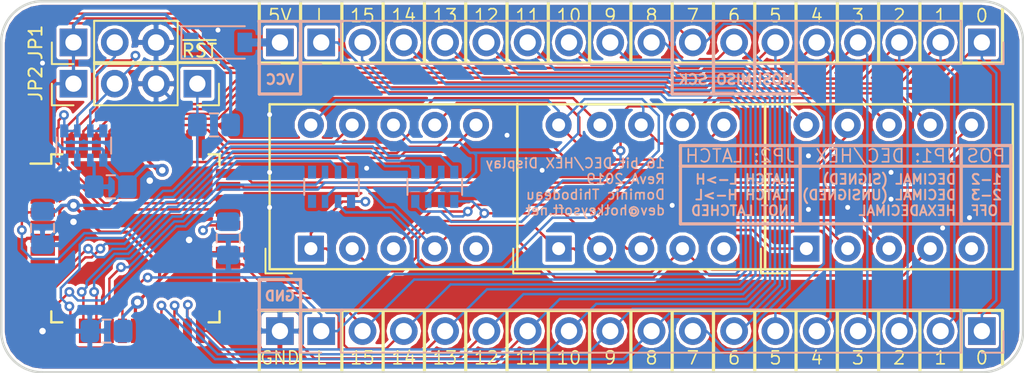
<source format=kicad_pcb>
(kicad_pcb (version 20171130) (host pcbnew "(5.0.0)")
  (title_block (title "8 bit 7 segment indicator") (date 2019-08-10) (rev B))
  (layers (0 F.Cu signal) (31 B.Cu signal) (34 B.Paste user hide) (35 F.Paste user hide) (36 B.SilkS user hide) (37 F.SilkS user hide) (38 B.Mask user hide) (39 F.Mask user hide) (44 Edge.Cuts user))
  (net 0 "")
  (net 1 VCC)
  (net 2 GND)
  (net 3 /IN0)
  (net 4 /IN1)
  (net 5 /IN2)
  (net 6 /IN3)
  (net 7 /IN4)
  (net 8 ~RESET)
  (net 9 "Net-(RN1-Pad1)")
  (net 10 "Net-(RN1-Pad3)")
  (net 11 "Net-(RN1-Pad2)")
  (net 12 "Net-(RN1-Pad4)")
  (net 13 "Net-(RN2-Pad5)")
  (net 14 "Net-(RN2-Pad6)")
  (net 15 "Net-(RN2-Pad8)")
  (net 16 "Net-(RN2-Pad7)")
  (net 17 D0)
  (net 18 D1)
  (net 19 SEG_D)
  (net 20 SEG_E)
  (net 21 SEG_C)
  (net 22 SEG_G)
  (net 23 SEG_F)
  (net 24 SEG_B)
  (net 25 SEG_A)
  (net 26 MOSI)
  (net 27 MISO)
  (net 28 SCK)
  (net 29 "Net-(U2-Pad7)")
  (net 30 "Net-(U2-Pad8)")
  (net 31 /IN8)
  (net 32 /IN9)
  (net 33 /IN10)
  (net 34 /IN11)
  (net 35 /IN12)
  (net 36 /IN13)
  (net 37 /IN14)
  (net 38 /IN15)
  (net 39 D3)
  (net 40 D2)
  (net 41 D5)
  (net 42 D4)
  (net 43 SEL_LATCHMODE)
  (net 44 SEL_NUMBERBASE)
  (net 45 "Net-(C3-Pad2)")
  (net 46 /VIN)
  (net 47 "Net-(RN2-Pad4)")
  (net 48 "Net-(J6-Pad1)")
  (net 49 "Net-(U4-Pad5)")
  (net 50 "Net-(U3-Pad5)")
  (net 51 "Net-(U1-Pad5)")
  (module Capacitor_SMD:C_0805_2012Metric_Pad1.15x1.40mm_HandSolder (layer B.Cu) (at 45.847 55.88 180)
    (fp_text reference C4 hide)
    (fp_text value 0.1uF)
    (pad 1 smd roundrect (at -1.025 0 180) (size 1.15 1.4) (layers B.Cu B.Paste B.Mask) (roundrect_rratio 0.217391) (net 1 VCC))
    (pad 2 smd roundrect (at 1.025 0 180) (size 1.15 1.4) (layers B.Cu B.Paste B.Mask) (roundrect_rratio 0.217391) (net 2 GND))
  )
  (module Connector_PinHeader_2.54mm:PinHeader_1x01_P2.54mm_Vertical (layer B.Cu) (at 59.055 55.88)
    (fp_text reference J6 hide)
    (fp_text value LATCH)
    (pad 1 thru_hole rect (at 0 0) (size 1.7 1.7) (drill 1) (layers *.Cu *.Mask) (net 48 "Net-(J6-Pad1)"))
  )
  (module Connector_PinHeader_2.54mm:PinHeader_1x01_P2.54mm_Vertical (layer B.Cu) (at 59.055 38.1)
    (fp_text reference J7 hide)
    (fp_text value LATCH)
    (pad 1 thru_hole rect (at 0 0) (size 1.7 1.7) (drill 1) (layers *.Cu *.Mask) (net 48 "Net-(J6-Pad1)"))
  )
  (module Capacitor_SMD:C_0805_2012Metric_Pad1.15x1.40mm_HandSolder (layer B.Cu) (at 53.34 50.165 90)
    (fp_text reference C3 hide)
    (fp_text value 0.1uF)
    (pad 1 smd roundrect (at -1.025 0 90) (size 1.15 1.4) (layers B.Cu B.Paste B.Mask) (roundrect_rratio 0.217391) (net 2 GND))
    (pad 2 smd roundrect (at 1.025 0 90) (size 1.15 1.4) (layers B.Cu B.Paste B.Mask) (roundrect_rratio 0.217391) (net 45 "Net-(C3-Pad2)"))
  )
  (module Connector_PinHeader_2.54mm:PinHeader_1x01_P2.54mm_Vertical (layer B.Cu) (at 56.515 55.88)
    (fp_text reference J5 hide)
    (fp_text value GND)
    (pad 1 thru_hole rect (at 0 0) (size 1.7 1.7) (drill 1) (layers *.Cu *.Mask) (net 2 GND))
  )
  (module Connector_PinHeader_2.54mm:PinHeader_1x03_P2.54mm_Vertical (layer F.Cu) (at 43.815 40.64 90)
    (fp_text reference JP2 (at 0 -2.33 90) (layer F.SilkS) (effects (font (size 0.8 0.8) (thickness 0.12))))
    (fp_text value BIN/DEC)
    (pad 1 thru_hole rect (at 0 0 90) (size 1.7 1.7) (drill 1) (layers *.Cu *.Mask) (net 1 VCC))
    (pad 2 thru_hole oval (at 0 2.54 90) (size 1.7 1.7) (drill 1) (layers *.Cu *.Mask) (net 44 SEL_NUMBERBASE))
    (pad 3 thru_hole oval (at 0 5.08 90) (size 1.7 1.7) (drill 1) (layers *.Cu *.Mask) (net 2 GND))
  )
  (module Diode_SMD:D_SOD-123 (layer B.Cu) (at 52.705 38.1)
    (fp_text reference D1 hide)
    (fp_text value MBR0520LT)
    (pad 1 smd rect (at -1.65 0) (size 0.9 1.2) (layers B.Cu B.Paste B.Mask) (net 1 VCC))
    (pad 2 smd rect (at 1.65 0) (size 0.9 1.2) (layers B.Cu B.Paste B.Mask) (net 46 /VIN))
  )
  (module Resistor_SMD:R_Array_Convex_4x0603 (layer B.Cu) (at 44.45 44.45 270)
    (fp_text reference RN3 hide)
    (fp_text value 10K)
    (pad 1 smd rect (at -0.9 1.2 270) (size 0.8 0.5) (layers B.Cu B.Paste B.Mask) (net 43 SEL_LATCHMODE))
    (pad 3 smd rect (at -0.9 -0.4 270) (size 0.8 0.4) (layers B.Cu B.Paste B.Mask) (net 44 SEL_NUMBERBASE))
    (pad 2 smd rect (at -0.9 0.4 270) (size 0.8 0.4) (layers B.Cu B.Paste B.Mask) (net 43 SEL_LATCHMODE))
    (pad 4 smd rect (at -0.9 -1.2 270) (size 0.8 0.5) (layers B.Cu B.Paste B.Mask) (net 44 SEL_NUMBERBASE))
    (pad 7 smd rect (at 0.9 0.4 270) (size 0.8 0.4) (layers B.Cu B.Paste B.Mask) (net 1 VCC))
    (pad 8 smd rect (at 0.9 1.2 270) (size 0.8 0.5) (layers B.Cu B.Paste B.Mask) (net 2 GND))
    (pad 6 smd rect (at 0.9 -0.4 270) (size 0.8 0.4) (layers B.Cu B.Paste B.Mask) (net 2 GND))
    (pad 5 smd rect (at 0.9 -1.2 270) (size 0.8 0.5) (layers B.Cu B.Paste B.Mask) (net 1 VCC))
  )
  (module Connector_PinHeader_2.54mm:PinHeader_1x03_P2.54mm_Vertical (layer F.Cu) (at 43.815 38.1 90)
    (fp_text reference JP1 (at 0 -2.33 90) (layer F.SilkS) (effects (font (size 0.8 0.8) (thickness 0.12))))
    (fp_text value "LATCH MODE")
    (pad 1 thru_hole rect (at 0 0 90) (size 1.7 1.7) (drill 1) (layers *.Cu *.Mask) (net 1 VCC))
    (pad 2 thru_hole oval (at 0 2.54 90) (size 1.7 1.7) (drill 1) (layers *.Cu *.Mask) (net 43 SEL_LATCHMODE))
    (pad 3 thru_hole oval (at 0 5.08 90) (size 1.7 1.7) (drill 1) (layers *.Cu *.Mask) (net 2 GND))
  )
  (module DTLib:LTD-2601G (layer F.Cu) (at 88.9 50.8)
    (fp_text reference U4 hide)
    (fp_text value LTD-2601G hide)
    (pad 1 thru_hole rect (at 0 0 90) (size 1.6 1.6) (drill 0.8) (layers *.Cu *.Mask) (net 20 SEG_E))
    (pad 2 thru_hole circle (at 2.54 0 90) (size 1.6 1.6) (drill 0.8) (layers *.Cu *.Mask) (net 19 SEG_D))
    (pad 3 thru_hole circle (at 5.08 0 90) (size 1.6 1.6) (drill 0.8) (layers *.Cu *.Mask) (net 21 SEG_C))
    (pad 4 thru_hole circle (at 7.62 0 90) (size 1.6 1.6) (drill 0.8) (layers *.Cu *.Mask) (net 22 SEG_G))
    (pad 5 thru_hole circle (at 10.16 0 90) (size 1.6 1.6) (drill 0.8) (layers *.Cu *.Mask) (net 49 "Net-(U4-Pad5)"))
    (pad 6 thru_hole circle (at 10.16 -7.62 90) (size 1.6 1.6) (drill 0.8) (layers *.Cu *.Mask) (net 41 D5))
    (pad 7 thru_hole circle (at 7.62 -7.62 90) (size 1.6 1.6) (drill 0.8) (layers *.Cu *.Mask) (net 25 SEG_A))
    (pad 8 thru_hole circle (at 5.08 -7.62 90) (size 1.6 1.6) (drill 0.8) (layers *.Cu *.Mask) (net 24 SEG_B))
    (pad 9 thru_hole circle (at 2.54 -7.62 90) (size 1.6 1.6) (drill 0.8) (layers *.Cu *.Mask) (net 42 D4))
    (pad 10 thru_hole circle (at 0 -7.62 90) (size 1.6 1.6) (drill 0.8) (layers *.Cu *.Mask) (net 23 SEG_F))
  )
  (module Connector_PinHeader_2.54mm:PinHeader_1x16_P2.54mm_Vertical (layer B.Cu) (at 99.695 55.88 90)
    (fp_text reference J4 hide)
    (fp_text value IN_DOWN)
    (pad 16 thru_hole oval (at 0 -38.1 90) (size 1.7 1.7) (drill 1) (layers *.Cu *.Mask) (net 38 /IN15))
    (pad 15 thru_hole oval (at 0 -35.56 90) (size 1.7 1.7) (drill 1) (layers *.Cu *.Mask) (net 37 /IN14))
    (pad 14 thru_hole oval (at 0 -33.02 90) (size 1.7 1.7) (drill 1) (layers *.Cu *.Mask) (net 36 /IN13))
    (pad 13 thru_hole oval (at 0 -30.48 90) (size 1.7 1.7) (drill 1) (layers *.Cu *.Mask) (net 35 /IN12))
    (pad 12 thru_hole oval (at 0 -27.94 90) (size 1.7 1.7) (drill 1) (layers *.Cu *.Mask) (net 34 /IN11))
    (pad 11 thru_hole oval (at 0 -25.4 90) (size 1.7 1.7) (drill 1) (layers *.Cu *.Mask) (net 33 /IN10))
    (pad 10 thru_hole oval (at 0 -22.86 90) (size 1.7 1.7) (drill 1) (layers *.Cu *.Mask) (net 32 /IN9))
    (pad 9 thru_hole oval (at 0 -20.32 90) (size 1.7 1.7) (drill 1) (layers *.Cu *.Mask) (net 31 /IN8))
    (pad 8 thru_hole oval (at 0 -17.78 90) (size 1.7 1.7) (drill 1) (layers *.Cu *.Mask) (net 28 SCK))
    (pad 7 thru_hole oval (at 0 -15.24 90) (size 1.7 1.7) (drill 1) (layers *.Cu *.Mask) (net 27 MISO))
    (pad 6 thru_hole oval (at 0 -12.7 90) (size 1.7 1.7) (drill 1) (layers *.Cu *.Mask) (net 26 MOSI))
    (pad 5 thru_hole oval (at 0 -10.16 90) (size 1.7 1.7) (drill 1) (layers *.Cu *.Mask) (net 7 /IN4))
    (pad 4 thru_hole oval (at 0 -7.62 90) (size 1.7 1.7) (drill 1) (layers *.Cu *.Mask) (net 6 /IN3))
    (pad 3 thru_hole oval (at 0 -5.08 90) (size 1.7 1.7) (drill 1) (layers *.Cu *.Mask) (net 5 /IN2))
    (pad 2 thru_hole oval (at 0 -2.54 90) (size 1.7 1.7) (drill 1) (layers *.Cu *.Mask) (net 4 /IN1))
    (pad 1 thru_hole rect (at 0 0 90) (size 1.7 1.7) (drill 1) (layers *.Cu *.Mask) (net 3 /IN0))
  )
  (module Connector_PinHeader_2.54mm:PinHeader_1x16_P2.54mm_Vertical (layer B.Cu) (at 99.695 38.1 90)
    (fp_text reference J2 hide)
    (fp_text value IN_UP)
    (pad 1 thru_hole rect (at 0 0 90) (size 1.7 1.7) (drill 1) (layers *.Cu *.Mask) (net 3 /IN0))
    (pad 2 thru_hole oval (at 0 -2.54 90) (size 1.7 1.7) (drill 1) (layers *.Cu *.Mask) (net 4 /IN1))
    (pad 3 thru_hole oval (at 0 -5.08 90) (size 1.7 1.7) (drill 1) (layers *.Cu *.Mask) (net 5 /IN2))
    (pad 4 thru_hole oval (at 0 -7.62 90) (size 1.7 1.7) (drill 1) (layers *.Cu *.Mask) (net 6 /IN3))
    (pad 5 thru_hole oval (at 0 -10.16 90) (size 1.7 1.7) (drill 1) (layers *.Cu *.Mask) (net 7 /IN4))
    (pad 6 thru_hole oval (at 0 -12.7 90) (size 1.7 1.7) (drill 1) (layers *.Cu *.Mask) (net 26 MOSI))
    (pad 7 thru_hole oval (at 0 -15.24 90) (size 1.7 1.7) (drill 1) (layers *.Cu *.Mask) (net 27 MISO))
    (pad 8 thru_hole oval (at 0 -17.78 90) (size 1.7 1.7) (drill 1) (layers *.Cu *.Mask) (net 28 SCK))
    (pad 9 thru_hole oval (at 0 -20.32 90) (size 1.7 1.7) (drill 1) (layers *.Cu *.Mask) (net 31 /IN8))
    (pad 10 thru_hole oval (at 0 -22.86 90) (size 1.7 1.7) (drill 1) (layers *.Cu *.Mask) (net 32 /IN9))
    (pad 11 thru_hole oval (at 0 -25.4 90) (size 1.7 1.7) (drill 1) (layers *.Cu *.Mask) (net 33 /IN10))
    (pad 12 thru_hole oval (at 0 -27.94 90) (size 1.7 1.7) (drill 1) (layers *.Cu *.Mask) (net 34 /IN11))
    (pad 13 thru_hole oval (at 0 -30.48 90) (size 1.7 1.7) (drill 1) (layers *.Cu *.Mask) (net 35 /IN12))
    (pad 14 thru_hole oval (at 0 -33.02 90) (size 1.7 1.7) (drill 1) (layers *.Cu *.Mask) (net 36 /IN13))
    (pad 15 thru_hole oval (at 0 -35.56 90) (size 1.7 1.7) (drill 1) (layers *.Cu *.Mask) (net 37 /IN14))
    (pad 16 thru_hole oval (at 0 -38.1 90) (size 1.7 1.7) (drill 1) (layers *.Cu *.Mask) (net 38 /IN15))
  )
  (module DTLib:LTD-2601G (layer F.Cu) (at 73.66 50.8)
    (fp_text reference U3 hide)
    (fp_text value LTD-2601G hide)
    (pad 1 thru_hole rect (at 0 0 90) (size 1.6 1.6) (drill 0.8) (layers *.Cu *.Mask) (net 20 SEG_E))
    (pad 2 thru_hole circle (at 2.54 0 90) (size 1.6 1.6) (drill 0.8) (layers *.Cu *.Mask) (net 19 SEG_D))
    (pad 3 thru_hole circle (at 5.08 0 90) (size 1.6 1.6) (drill 0.8) (layers *.Cu *.Mask) (net 21 SEG_C))
    (pad 4 thru_hole circle (at 7.62 0 90) (size 1.6 1.6) (drill 0.8) (layers *.Cu *.Mask) (net 22 SEG_G))
    (pad 5 thru_hole circle (at 10.16 0 90) (size 1.6 1.6) (drill 0.8) (layers *.Cu *.Mask) (net 50 "Net-(U3-Pad5)"))
    (pad 6 thru_hole circle (at 10.16 -7.62 90) (size 1.6 1.6) (drill 0.8) (layers *.Cu *.Mask) (net 39 D3))
    (pad 7 thru_hole circle (at 7.62 -7.62 90) (size 1.6 1.6) (drill 0.8) (layers *.Cu *.Mask) (net 25 SEG_A))
    (pad 8 thru_hole circle (at 5.08 -7.62 90) (size 1.6 1.6) (drill 0.8) (layers *.Cu *.Mask) (net 24 SEG_B))
    (pad 9 thru_hole circle (at 2.54 -7.62 90) (size 1.6 1.6) (drill 0.8) (layers *.Cu *.Mask) (net 40 D2))
    (pad 10 thru_hole circle (at 0 -7.62 90) (size 1.6 1.6) (drill 0.8) (layers *.Cu *.Mask) (net 23 SEG_F))
  )
  (module Package_QFP:TQFP-44_10x10mm_P0.8mm (layer F.Cu) (at 47.625 50.165)
    (fp_text reference U2 hide)
    (fp_text value ATmega8535-16AU)
    (pad 1 smd rect (at -5.7 -4) (size 1.5 0.55) (layers F.Cu F.Paste F.Mask) (net 26 MOSI))
    (pad 2 smd rect (at -5.7 -3.2) (size 1.5 0.55) (layers F.Cu F.Paste F.Mask) (net 27 MISO))
    (pad 3 smd rect (at -5.7 -2.4) (size 1.5 0.55) (layers F.Cu F.Paste F.Mask) (net 28 SCK))
    (pad 4 smd rect (at -5.7 -1.6) (size 1.5 0.55) (layers F.Cu F.Paste F.Mask) (net 8 ~RESET))
    (pad 5 smd rect (at -5.7 -0.8) (size 1.5 0.55) (layers F.Cu F.Paste F.Mask) (net 1 VCC))
    (pad 6 smd rect (at -5.7 0) (size 1.5 0.55) (layers F.Cu F.Paste F.Mask) (net 2 GND))
    (pad 7 smd rect (at -5.7 0.8) (size 1.5 0.55) (layers F.Cu F.Paste F.Mask) (net 29 "Net-(U2-Pad7)"))
    (pad 8 smd rect (at -5.7 1.6) (size 1.5 0.55) (layers F.Cu F.Paste F.Mask) (net 30 "Net-(U2-Pad8)"))
    (pad 9 smd rect (at -5.7 2.4) (size 1.5 0.55) (layers F.Cu F.Paste F.Mask) (net 9 "Net-(RN1-Pad1)"))
    (pad 10 smd rect (at -5.7 3.2) (size 1.5 0.55) (layers F.Cu F.Paste F.Mask) (net 11 "Net-(RN1-Pad2)"))
    (pad 11 smd rect (at -5.7 4) (size 1.5 0.55) (layers F.Cu F.Paste F.Mask) (net 10 "Net-(RN1-Pad3)"))
    (pad 12 smd rect (at -4 5.7 90) (size 1.5 0.55) (layers F.Cu F.Paste F.Mask) (net 12 "Net-(RN1-Pad4)"))
    (pad 13 smd rect (at -3.2 5.7 90) (size 1.5 0.55) (layers F.Cu F.Paste F.Mask) (net 15 "Net-(RN2-Pad8)"))
    (pad 14 smd rect (at -2.4 5.7 90) (size 1.5 0.55) (layers F.Cu F.Paste F.Mask) (net 16 "Net-(RN2-Pad7)"))
    (pad 15 smd rect (at -1.6 5.7 90) (size 1.5 0.55) (layers F.Cu F.Paste F.Mask) (net 14 "Net-(RN2-Pad6)"))
    (pad 16 smd rect (at -0.8 5.7 90) (size 1.5 0.55) (layers F.Cu F.Paste F.Mask) (net 48 "Net-(J6-Pad1)"))
    (pad 17 smd rect (at 0 5.7 90) (size 1.5 0.55) (layers F.Cu F.Paste F.Mask) (net 1 VCC))
    (pad 18 smd rect (at 0.8 5.7 90) (size 1.5 0.55) (layers F.Cu F.Paste F.Mask) (net 2 GND))
    (pad 19 smd rect (at 1.6 5.7 90) (size 1.5 0.55) (layers F.Cu F.Paste F.Mask) (net 31 /IN8))
    (pad 20 smd rect (at 2.4 5.7 90) (size 1.5 0.55) (layers F.Cu F.Paste F.Mask) (net 32 /IN9))
    (pad 21 smd rect (at 3.2 5.7 90) (size 1.5 0.55) (layers F.Cu F.Paste F.Mask) (net 33 /IN10))
    (pad 22 smd rect (at 4 5.7 90) (size 1.5 0.55) (layers F.Cu F.Paste F.Mask) (net 34 /IN11))
    (pad 23 smd rect (at 5.7 4) (size 1.5 0.55) (layers F.Cu F.Paste F.Mask) (net 35 /IN12))
    (pad 24 smd rect (at 5.7 3.2) (size 1.5 0.55) (layers F.Cu F.Paste F.Mask) (net 36 /IN13))
    (pad 25 smd rect (at 5.7 2.4) (size 1.5 0.55) (layers F.Cu F.Paste F.Mask) (net 37 /IN14))
    (pad 26 smd rect (at 5.7 1.6) (size 1.5 0.55) (layers F.Cu F.Paste F.Mask) (net 38 /IN15))
    (pad 27 smd rect (at 5.7 0.8) (size 1.5 0.55) (layers F.Cu F.Paste F.Mask) (net 1 VCC))
    (pad 28 smd rect (at 5.7 0) (size 1.5 0.55) (layers F.Cu F.Paste F.Mask) (net 2 GND))
    (pad 29 smd rect (at 5.7 -0.8) (size 1.5 0.55) (layers F.Cu F.Paste F.Mask) (net 45 "Net-(C3-Pad2)"))
    (pad 30 smd rect (at 5.7 -1.6) (size 1.5 0.55) (layers F.Cu F.Paste F.Mask) (net 43 SEL_LATCHMODE))
    (pad 31 smd rect (at 5.7 -2.4) (size 1.5 0.55) (layers F.Cu F.Paste F.Mask) (net 44 SEL_NUMBERBASE))
    (pad 32 smd rect (at 5.7 -3.2) (size 1.5 0.55) (layers F.Cu F.Paste F.Mask) (net 41 D5))
    (pad 33 smd rect (at 5.7 -4) (size 1.5 0.55) (layers F.Cu F.Paste F.Mask) (net 42 D4))
    (pad 34 smd rect (at 4 -5.7 90) (size 1.5 0.55) (layers F.Cu F.Paste F.Mask) (net 39 D3))
    (pad 35 smd rect (at 3.2 -5.7 90) (size 1.5 0.55) (layers F.Cu F.Paste F.Mask) (net 40 D2))
    (pad 36 smd rect (at 2.4 -5.7 90) (size 1.5 0.55) (layers F.Cu F.Paste F.Mask) (net 18 D1))
    (pad 37 smd rect (at 1.6 -5.7 90) (size 1.5 0.55) (layers F.Cu F.Paste F.Mask) (net 17 D0))
    (pad 38 smd rect (at 0.8 -5.7 90) (size 1.5 0.55) (layers F.Cu F.Paste F.Mask) (net 1 VCC))
    (pad 39 smd rect (at 0 -5.7 90) (size 1.5 0.55) (layers F.Cu F.Paste F.Mask) (net 2 GND))
    (pad 40 smd rect (at -0.8 -5.7 90) (size 1.5 0.55) (layers F.Cu F.Paste F.Mask) (net 3 /IN0))
    (pad 41 smd rect (at -1.6 -5.7 90) (size 1.5 0.55) (layers F.Cu F.Paste F.Mask) (net 4 /IN1))
    (pad 42 smd rect (at -2.4 -5.7 90) (size 1.5 0.55) (layers F.Cu F.Paste F.Mask) (net 5 /IN2))
    (pad 43 smd rect (at -3.2 -5.7 90) (size 1.5 0.55) (layers F.Cu F.Paste F.Mask) (net 6 /IN3))
    (pad 44 smd rect (at -4 -5.7 90) (size 1.5 0.55) (layers F.Cu F.Paste F.Mask) (net 7 /IN4))
  )
  (module Capacitor_SMD:C_0805_2012Metric_Pad1.15x1.40mm_HandSolder (layer B.Cu) (at 41.91 49.53 270)
    (fp_text reference C2 hide)
    (fp_text value 0.1uF)
    (pad 1 smd roundrect (at -1.025 0 270) (size 1.15 1.4) (layers B.Cu B.Paste B.Mask) (roundrect_rratio 0.217391) (net 1 VCC))
    (pad 2 smd roundrect (at 1.025 0 270) (size 1.15 1.4) (layers B.Cu B.Paste B.Mask) (roundrect_rratio 0.217391) (net 2 GND))
  )
  (module Resistor_SMD:R_Array_Convex_4x0603 (layer B.Cu) (at 59.69 46.99 90)
    (fp_text reference RN2 hide)
    (fp_text value 330)
    (pad 5 smd rect (at 0.9 -1.2 90) (size 0.8 0.5) (layers B.Cu B.Paste B.Mask) (net 13 "Net-(RN2-Pad5)"))
    (pad 6 smd rect (at 0.9 -0.4 90) (size 0.8 0.4) (layers B.Cu B.Paste B.Mask) (net 14 "Net-(RN2-Pad6)"))
    (pad 8 smd rect (at 0.9 1.2 90) (size 0.8 0.5) (layers B.Cu B.Paste B.Mask) (net 15 "Net-(RN2-Pad8)"))
    (pad 7 smd rect (at 0.9 0.4 90) (size 0.8 0.4) (layers B.Cu B.Paste B.Mask) (net 16 "Net-(RN2-Pad7)"))
    (pad 4 smd rect (at -0.9 -1.2 90) (size 0.8 0.5) (layers B.Cu B.Paste B.Mask) (net 47 "Net-(RN2-Pad4)"))
    (pad 2 smd rect (at -0.9 0.4 90) (size 0.8 0.4) (layers B.Cu B.Paste B.Mask) (net 23 SEG_F))
    (pad 3 smd rect (at -0.9 -0.4 90) (size 0.8 0.4) (layers B.Cu B.Paste B.Mask) (net 22 SEG_G))
    (pad 1 smd rect (at -0.9 1.2 90) (size 0.8 0.5) (layers B.Cu B.Paste B.Mask) (net 20 SEG_E))
  )
  (module Resistor_SMD:R_Array_Convex_4x0603 (layer B.Cu) (at 66.04 46.99 270)
    (fp_text reference RN1 hide)
    (fp_text value 330)
    (pad 1 smd rect (at -0.9 1.2 270) (size 0.8 0.5) (layers B.Cu B.Paste B.Mask) (net 9 "Net-(RN1-Pad1)"))
    (pad 3 smd rect (at -0.9 -0.4 270) (size 0.8 0.4) (layers B.Cu B.Paste B.Mask) (net 10 "Net-(RN1-Pad3)"))
    (pad 2 smd rect (at -0.9 0.4 270) (size 0.8 0.4) (layers B.Cu B.Paste B.Mask) (net 11 "Net-(RN1-Pad2)"))
    (pad 4 smd rect (at -0.9 -1.2 270) (size 0.8 0.5) (layers B.Cu B.Paste B.Mask) (net 12 "Net-(RN1-Pad4)"))
    (pad 7 smd rect (at 0.9 0.4 270) (size 0.8 0.4) (layers B.Cu B.Paste B.Mask) (net 24 SEG_B))
    (pad 8 smd rect (at 0.9 1.2 270) (size 0.8 0.5) (layers B.Cu B.Paste B.Mask) (net 25 SEG_A))
    (pad 6 smd rect (at 0.9 -0.4 270) (size 0.8 0.4) (layers B.Cu B.Paste B.Mask) (net 21 SEG_C))
    (pad 5 smd rect (at 0.9 -1.2 270) (size 0.8 0.5) (layers B.Cu B.Paste B.Mask) (net 19 SEG_D))
  )
  (module Capacitor_SMD:C_0805_2012Metric_Pad1.15x1.40mm_HandSolder (layer B.Cu) (at 46.11 46.99 180)
    (fp_text reference C1 hide)
    (fp_text value 0.1uF)
    (pad 2 smd roundrect (at 1.025 0 180) (size 1.15 1.4) (layers B.Cu B.Paste B.Mask) (roundrect_rratio 0.217391) (net 2 GND))
    (pad 1 smd roundrect (at -1.025 0 180) (size 1.15 1.4) (layers B.Cu B.Paste B.Mask) (roundrect_rratio 0.217391) (net 1 VCC))
  )
  (module Resistor_SMD:R_0805_2012Metric_Pad1.15x1.40mm_HandSolder (layer B.Cu) (at 52.46 43.18 180)
    (fp_text reference R3 hide)
    (fp_text value 4.7k)
    (pad 1 smd roundrect (at -1.025 0 180) (size 1.15 1.4) (layers B.Cu B.Paste B.Mask) (roundrect_rratio 0.217391) (net 1 VCC))
    (pad 2 smd roundrect (at 1.025 0 180) (size 1.15 1.4) (layers B.Cu B.Paste B.Mask) (roundrect_rratio 0.217391) (net 8 ~RESET))
  )
  (module Connector_PinHeader_2.54mm:PinHeader_1x01_P2.54mm_Vertical (layer B.Cu) (at 56.515 38.1)
    (fp_text reference J3 hide)
    (fp_text value VCC)
    (pad 1 thru_hole rect (at 0 0) (size 1.7 1.7) (drill 1) (layers *.Cu *.Mask) (net 46 /VIN))
  )
  (module Connector_PinHeader_2.54mm:PinHeader_1x01_P2.54mm_Vertical (layer F.Cu) (at 51.435 40.64 180)
    (fp_text reference J1 hide)
    (fp_text value RESET)
    (pad 1 thru_hole rect (at 0 0 180) (size 1.7 1.7) (drill 1) (layers *.Cu *.Mask) (net 8 ~RESET))
  )
  (module DTLib:LTD-2601G (layer F.Cu) (at 58.42 50.8)
    (fp_text reference U1 hide)
    (fp_text value LTD-2601G hide)
    (pad 10 thru_hole circle (at 0 -7.62 90) (size 1.6 1.6) (drill 0.8) (layers *.Cu *.Mask) (net 23 SEG_F))
    (pad 9 thru_hole circle (at 2.54 -7.62 90) (size 1.6 1.6) (drill 0.8) (layers *.Cu *.Mask) (net 17 D0))
    (pad 8 thru_hole circle (at 5.08 -7.62 90) (size 1.6 1.6) (drill 0.8) (layers *.Cu *.Mask) (net 24 SEG_B))
    (pad 7 thru_hole circle (at 7.62 -7.62 90) (size 1.6 1.6) (drill 0.8) (layers *.Cu *.Mask) (net 25 SEG_A))
    (pad 6 thru_hole circle (at 10.16 -7.62 90) (size 1.6 1.6) (drill 0.8) (layers *.Cu *.Mask) (net 18 D1))
    (pad 5 thru_hole circle (at 10.16 0 90) (size 1.6 1.6) (drill 0.8) (layers *.Cu *.Mask) (net 51 "Net-(U1-Pad5)"))
    (pad 4 thru_hole circle (at 7.62 0 90) (size 1.6 1.6) (drill 0.8) (layers *.Cu *.Mask) (net 22 SEG_G))
    (pad 3 thru_hole circle (at 5.08 0 90) (size 1.6 1.6) (drill 0.8) (layers *.Cu *.Mask) (net 21 SEG_C))
    (pad 2 thru_hole circle (at 2.54 0 90) (size 1.6 1.6) (drill 0.8) (layers *.Cu *.Mask) (net 19 SEG_D))
    (pad 1 thru_hole rect (at 0 0 90) (size 1.6 1.6) (drill 0.8) (layers *.Cu *.Mask) (net 20 SEG_E))
  )
  (gr_line (start 81.153 44.45) (end 81.153 49.276) (layer B.SilkS) (width 0.2))
  (gr_line (start 88.519 44.45) (end 88.519 49.276) (layer B.SilkS) (width 0.2))
  (gr_line (start 101.473 44.45) (end 81.153 44.45) (layer B.SilkS) (width 0.2))
  (gr_line (start 81.153 49.276) (end 101.473 49.276) (layer B.SilkS) (width 0.2))
  (gr_line (start 81.153 45.72) (end 101.473 45.72) (layer B.SilkS) (width 0.2))
  (gr_line (start 101.473 49.276) (end 101.473 44.45) (layer B.SilkS) (width 0.2))
  (gr_line (start 98.425 44.45) (end 98.425 49.276) (layer B.SilkS) (width 0.2))
  (gr_text "LATCH L->H\nLATCH H->L\nNOT LATCHED" (at 87.896 47.498) (layer B.SilkS) (effects (font (size 0.6 0.6) (thickness 0.12)) (justify left mirror)))
  (gr_text "1-2\n2-3\nOFF" (at 98.946143 47.498) (layer B.SilkS) (effects (font (size 0.6 0.6) (thickness 0.12)) (justify right mirror)))
  (gr_text "JP2: LATCH" (at 88.257428 45.085) (layer B.SilkS) (effects (font (size 0.8 0.8) (thickness 0.1)) (justify left mirror)))
  (gr_text "DECIMAL (SIGNED)\nDECIMAL (UNSIGNED)\nHEXADECIMAL" (at 98.171 47.498) (layer B.SilkS) (effects (font (size 0.6 0.6) (thickness 0.12)) (justify left mirror)))
  (gr_text POS (at 99.949 45.085) (layer B.SilkS) (effects (font (size 0.8 0.8) (thickness 0.1)) (justify mirror)))
  (gr_text "JP1: DEC/HEX" (at 98.171 45.085) (layer B.SilkS) (effects (font (size 0.8 0.8) (thickness 0.1)) (justify left mirror)))
  (gr_text "16 bit DEC/HEX Display\nRevA 2019 \nDominic Thibodeau\ndev@hotkeysoft.net" (at 80.264 46.99) (layer B.SilkS) (effects (font (size 0.6 0.6) (thickness 0.1)) (justify left mirror)))
  (gr_arc (start 41.91 55.88) (end 39.37 55.88) (angle -90) (layer Edge.Cuts) (width 0.15))
  (gr_arc (start 41.91 38.1) (end 41.91 35.56) (angle -90) (layer Edge.Cuts) (width 0.15))
  (gr_arc (start 99.695 38.1) (end 102.235 38.1) (angle -90) (layer Edge.Cuts) (width 0.15))
  (gr_arc (start 99.695 55.88) (end 99.695 58.42) (angle -90) (layer Edge.Cuts) (width 0.15))
  (gr_line (start 57.785 58.293) (end 57.785 54.61) (layer F.SilkS) (width 0.2))
  (gr_line (start 60.325 58.293) (end 60.325 54.61) (layer F.SilkS) (width 0.2))
  (gr_line (start 62.865 58.293) (end 62.865 54.61) (layer F.SilkS) (width 0.2))
  (gr_line (start 65.405 58.293) (end 65.405 54.61) (layer F.SilkS) (width 0.2))
  (gr_line (start 67.945 58.293) (end 67.945 54.61) (layer F.SilkS) (width 0.2))
  (gr_line (start 70.485 58.293) (end 70.485 54.61) (layer F.SilkS) (width 0.2))
  (gr_line (start 73.025 58.293) (end 73.025 54.61) (layer F.SilkS) (width 0.2))
  (gr_line (start 75.565 58.293) (end 75.565 54.61) (layer F.SilkS) (width 0.2))
  (gr_line (start 78.105 58.293) (end 78.105 54.61) (layer F.SilkS) (width 0.2))
  (gr_line (start 80.645 58.293) (end 80.645 54.61) (layer F.SilkS) (width 0.2))
  (gr_line (start 83.185 58.293) (end 83.185 54.61) (layer F.SilkS) (width 0.2))
  (gr_line (start 85.725 58.293) (end 85.725 54.61) (layer F.SilkS) (width 0.2))
  (gr_line (start 88.265 58.293) (end 88.265 54.61) (layer F.SilkS) (width 0.2))
  (gr_line (start 90.805 58.293) (end 90.805 54.61) (layer F.SilkS) (width 0.2))
  (gr_line (start 93.345 58.293) (end 93.345 54.61) (layer F.SilkS) (width 0.2))
  (gr_line (start 95.885 58.293) (end 95.885 54.61) (layer F.SilkS) (width 0.2))
  (gr_line (start 98.425 58.293) (end 98.425 54.61) (layer F.SilkS) (width 0.2))
  (gr_line (start 100.965 54.61) (end 100.965 57.912) (layer F.SilkS) (width 0.2))
  (gr_line (start 55.245 54.61) (end 100.965 54.61) (layer F.SilkS) (width 0.2))
  (gr_line (start 55.245 58.293) (end 55.245 54.61) (layer F.SilkS) (width 0.2))
  (gr_line (start 57.785 39.37) (end 57.785 35.687) (layer F.SilkS) (width 0.2))
  (gr_line (start 60.325 39.37) (end 60.325 35.687) (layer F.SilkS) (width 0.2))
  (gr_line (start 62.865 39.37) (end 62.865 35.56) (layer F.SilkS) (width 0.2))
  (gr_line (start 65.405 39.37) (end 65.405 35.687) (layer F.SilkS) (width 0.2))
  (gr_line (start 67.945 39.37) (end 67.945 35.687) (layer F.SilkS) (width 0.2))
  (gr_line (start 70.485 39.37) (end 70.485 35.687) (layer F.SilkS) (width 0.2))
  (gr_line (start 73.025 39.37) (end 73.025 35.687) (layer F.SilkS) (width 0.2))
  (gr_line (start 75.565 39.37) (end 75.565 35.687) (layer F.SilkS) (width 0.2))
  (gr_line (start 78.105 39.37) (end 78.105 35.687) (layer F.SilkS) (width 0.2))
  (gr_line (start 80.645 39.37) (end 80.645 35.687) (layer F.SilkS) (width 0.2))
  (gr_line (start 83.185 39.37) (end 83.185 35.687) (layer F.SilkS) (width 0.2))
  (gr_line (start 85.725 39.37) (end 85.725 35.687) (layer F.SilkS) (width 0.2))
  (gr_line (start 88.265 39.37) (end 88.265 35.687) (layer F.SilkS) (width 0.2))
  (gr_line (start 90.805 39.37) (end 90.805 35.687) (layer F.SilkS) (width 0.2))
  (gr_line (start 93.345 39.37) (end 93.345 35.687) (layer F.SilkS) (width 0.2))
  (gr_line (start 95.885 39.37) (end 95.885 35.687) (layer F.SilkS) (width 0.2))
  (gr_line (start 98.425 39.37) (end 98.425 35.687) (layer F.SilkS) (width 0.2))
  (gr_line (start 100.965 39.37) (end 100.965 36.068) (layer F.SilkS) (width 0.2))
  (gr_line (start 55.245 39.37) (end 100.965 39.37) (layer F.SilkS) (width 0.2))
  (gr_line (start 55.245 35.687) (end 55.245 39.37) (layer F.SilkS) (width 0.2))
  (gr_line (start 57.785 52.705) (end 57.785 57.15) (layer B.SilkS) (width 0.2))
  (gr_line (start 55.245 52.705) (end 57.785 52.705) (layer B.SilkS) (width 0.2))
  (gr_line (start 55.245 57.15) (end 55.245 52.705) (layer B.SilkS) (width 0.2))
  (gr_line (start 57.785 41.275) (end 57.785 36.83) (layer B.SilkS) (width 0.2))
  (gr_line (start 55.245 41.275) (end 57.785 41.275) (layer B.SilkS) (width 0.2))
  (gr_line (start 55.245 36.83) (end 55.245 41.275) (layer B.SilkS) (width 0.2))
  (gr_line (start 83.185 41.275) (end 83.185 36.83) (layer B.SilkS) (width 0.2))
  (gr_line (start 85.725 41.275) (end 85.725 36.83) (layer B.SilkS) (width 0.2))
  (gr_line (start 88.265 41.275) (end 88.265 36.83) (layer B.SilkS) (width 0.2))
  (gr_line (start 80.645 41.275) (end 88.265 41.275) (layer B.SilkS) (width 0.2))
  (gr_line (start 80.645 36.83) (end 80.645 41.275) (layer B.SilkS) (width 0.2))
  (gr_text L (at 59.055 36.449) (layer F.SilkS) (effects (font (size 0.8 0.8) (thickness 0.1))))
  (gr_text L (at 59.055 57.531) (layer F.SilkS) (effects (font (size 0.8 0.8) (thickness 0.1))))
  (gr_text 10 (at 74.295 36.449) (layer F.SilkS) (effects (font (size 0.8 0.8) (thickness 0.1))))
  (gr_text 9 (at 76.835 36.449) (layer F.SilkS) (effects (font (size 0.8 0.8) (thickness 0.1))))
  (gr_text 14 (at 64.135 36.449) (layer F.SilkS) (effects (font (size 0.8 0.8) (thickness 0.1))))
  (gr_text 11 (at 71.755 36.449) (layer F.SilkS) (effects (font (size 0.8 0.8) (thickness 0.1))))
  (gr_text 15 (at 61.595 36.449) (layer F.SilkS) (effects (font (size 0.8 0.8) (thickness 0.1))))
  (gr_text 8 (at 79.375 36.449) (layer F.SilkS) (effects (font (size 0.8 0.8) (thickness 0.1))))
  (gr_text 13 (at 66.675 36.449) (layer F.SilkS) (effects (font (size 0.8 0.8) (thickness 0.1))))
  (gr_text 12 (at 69.215 36.449) (layer F.SilkS) (effects (font (size 0.8 0.8) (thickness 0.1))))
  (gr_text 6 (at 84.455 36.449) (layer F.SilkS) (effects (font (size 0.8 0.8) (thickness 0.1))))
  (gr_text 2 (at 94.615 36.449) (layer F.SilkS) (effects (font (size 0.8 0.8) (thickness 0.1))))
  (gr_text 0 (at 99.695 36.449) (layer F.SilkS) (effects (font (size 0.8 0.8) (thickness 0.1))))
  (gr_text 5 (at 86.995 36.449) (layer F.SilkS) (effects (font (size 0.8 0.8) (thickness 0.1))))
  (gr_text 7 (at 81.915 36.449) (layer F.SilkS) (effects (font (size 0.8 0.8) (thickness 0.1))))
  (gr_text 1 (at 97.155 36.449) (layer F.SilkS) (effects (font (size 0.8 0.8) (thickness 0.1))))
  (gr_text 3 (at 92.075 36.449) (layer F.SilkS) (effects (font (size 0.8 0.8) (thickness 0.1))))
  (gr_text 4 (at 89.535 36.449) (layer F.SilkS) (effects (font (size 0.8 0.8) (thickness 0.1))))
  (gr_text 15 (at 61.595 57.531) (layer F.SilkS) (effects (font (size 0.8 0.8) (thickness 0.1))))
  (gr_text 14 (at 64.135 57.531) (layer F.SilkS) (effects (font (size 0.8 0.8) (thickness 0.1))))
  (gr_text 13 (at 66.675 57.531) (layer F.SilkS) (effects (font (size 0.8 0.8) (thickness 0.1))))
  (gr_text 12 (at 69.215 57.531) (layer F.SilkS) (effects (font (size 0.8 0.8) (thickness 0.1))))
  (gr_text 11 (at 71.755 57.531) (layer F.SilkS) (effects (font (size 0.8 0.8) (thickness 0.1))))
  (gr_text 10 (at 74.295 57.531) (layer F.SilkS) (effects (font (size 0.8 0.8) (thickness 0.1))))
  (gr_text 9 (at 76.835 57.531) (layer F.SilkS) (effects (font (size 0.8 0.8) (thickness 0.1))))
  (gr_text 8 (at 79.375 57.531) (layer F.SilkS) (effects (font (size 0.8 0.8) (thickness 0.1))))
  (gr_text GND (at 56.515 53.721) (layer B.SilkS) (effects (font (size 0.6 0.6) (thickness 0.14)) (justify mirror)))
  (gr_text ~RST (at 51.562 38.608) (layer F.SilkS) (effects (font (size 0.8 0.8) (thickness 0.12))))
  (gr_text MOSI (at 86.995 40.386) (layer B.SilkS) (effects (font (size 0.6 0.6) (thickness 0.14)) (justify mirror)))
  (gr_text SCK (at 81.915 40.386) (layer B.SilkS) (effects (font (size 0.6 0.6) (thickness 0.14)) (justify mirror)))
  (gr_text VCC (at 56.515 40.386) (layer B.SilkS) (effects (font (size 0.6 0.6) (thickness 0.14)) (justify mirror)))
  (gr_text MISO (at 84.455 40.386) (layer B.SilkS) (effects (font (size 0.6 0.6) (thickness 0.14)) (justify mirror)))
  (gr_line (start 41.91 35.56) (end 99.695 35.56) (layer Edge.Cuts) (width 0.15))
  (gr_text GND (at 56.515 57.531) (layer F.SilkS) (effects (font (size 0.8 0.8) (thickness 0.1))))
  (gr_text 4 (at 89.535 57.531) (layer F.SilkS) (effects (font (size 0.8 0.8) (thickness 0.1))))
  (gr_text 1 (at 97.155 57.531) (layer F.SilkS) (effects (font (size 0.8 0.8) (thickness 0.1))))
  (gr_text 3 (at 92.075 57.531) (layer F.SilkS) (effects (font (size 0.8 0.8) (thickness 0.1))))
  (gr_text 0 (at 99.695 57.531) (layer F.SilkS) (effects (font (size 0.8 0.8) (thickness 0.1))))
  (gr_text 7 (at 81.915 57.531) (layer F.SilkS) (effects (font (size 0.8 0.8) (thickness 0.1))))
  (gr_text 2 (at 94.615 57.531) (layer F.SilkS) (effects (font (size 0.8 0.8) (thickness 0.1))))
  (gr_text 6 (at 84.455 57.531) (layer F.SilkS) (effects (font (size 0.8 0.8) (thickness 0.1))))
  (gr_text 5 (at 86.995 57.531) (layer F.SilkS) (effects (font (size 0.8 0.8) (thickness 0.1))))
  (gr_text 5V (at 56.515 36.449) (layer F.SilkS) (effects (font (size 0.8 0.8) (thickness 0.1))))
  (gr_line (start 99.695 58.42) (end 41.91 58.42) (layer Edge.Cuts) (width 0.15))
  (gr_line (start 102.235 38.1) (end 102.235 55.88) (layer Edge.Cuts) (width 0.15))
  (gr_line (start 39.37 55.88) (end 39.37 38.1) (layer Edge.Cuts) (width 0.15))
  (via (at 43.815 48.133) (size 0.8) (drill 0.4) (layers F.Cu B.Cu) (net 1))
  (segment (start 45.992 48.133) (end 43.815 48.133) (width 0.2) (layer B.Cu) (net 1))
  (segment (start 47.135 46.99) (end 45.992 48.133) (width 0.2) (layer B.Cu) (net 1))
  (segment (start 45.65 44.75) (end 45.65 45.35) (width 0.2) (layer B.Cu) (net 1))
  (segment (start 45.549999 44.649999) (end 45.65 44.75) (width 0.2) (layer B.Cu) (net 1))
  (segment (start 44.05 44.75) (end 44.150001 44.649999) (width 0.2) (layer B.Cu) (net 1))
  (segment (start 44.05 45.35) (end 44.05 44.75) (width 0.2) (layer B.Cu) (net 1))
  (segment (start 45.65 45.505) (end 47.135 46.99) (width 0.2) (layer B.Cu) (net 1))
  (segment (start 45.65 45.35) (end 45.65 45.505) (width 0.2) (layer B.Cu) (net 1))
  (segment (start 53.485 39.88) (end 53.485 43.18) (width 0.2) (layer B.Cu) (net 1))
  (segment (start 51.705 38.1) (end 53.485 39.88) (width 0.2) (layer B.Cu) (net 1))
  (segment (start 51.055 38.1) (end 51.705 38.1) (width 0.2) (layer B.Cu) (net 1))
  (segment (start 41.91 48.505) (end 42.71 48.505) (width 0.2) (layer B.Cu) (net 1))
  (segment (start 43.082 48.133) (end 43.815 48.133) (width 0.2) (layer B.Cu) (net 1))
  (segment (start 42.71 48.505) (end 43.082 48.133) (width 0.2) (layer B.Cu) (net 1))
  (segment (start 43.815 48.133) (end 43.249315 48.133) (width 0.2) (layer F.Cu) (net 1))
  (segment (start 43.249315 48.133) (end 42.975001 48.407314) (width 0.2) (layer F.Cu) (net 1))
  (segment (start 42.875 49.365) (end 41.925 49.365) (width 0.2) (layer F.Cu) (net 1))
  (segment (start 42.975001 48.407314) (end 42.975001 49.264999) (width 0.2) (layer F.Cu) (net 1))
  (segment (start 42.975001 49.264999) (end 42.875 49.365) (width 0.2) (layer F.Cu) (net 1))
  (segment (start 44.831 44.649999) (end 45.549999 44.649999) (width 0.2) (layer B.Cu) (net 1))
  (segment (start 44.150001 44.649999) (end 44.831 44.649999) (width 0.2) (layer B.Cu) (net 1))
  (segment (start 48.425 45.415) (end 48.984 45.974) (width 0.2) (layer F.Cu) (net 1))
  (segment (start 48.984 45.974) (end 49.275998 45.974) (width 0.2) (layer F.Cu) (net 1))
  (segment (start 48.425 44.465) (end 48.425 45.415) (width 0.2) (layer F.Cu) (net 1))
  (via (at 49.275998 45.974) (size 0.8) (drill 0.4) (layers F.Cu B.Cu) (net 1))
  (via (at 47.752 54.102) (size 0.8) (drill 0.4) (layers F.Cu B.Cu) (net 1))
  (segment (start 47.625 54.229) (end 47.752 54.102) (width 0.2) (layer F.Cu) (net 1))
  (segment (start 48.675001 53.178001) (end 48.675001 53.178999) (width 0.2) (layer F.Cu) (net 1))
  (segment (start 46.872 54.982) (end 47.752 54.102) (width 0.2) (layer B.Cu) (net 1))
  (segment (start 46.872 55.88) (end 46.872 54.982) (width 0.2) (layer B.Cu) (net 1))
  (segment (start 47.625 55.865) (end 47.625 54.229) (width 0.2) (layer F.Cu) (net 1))
  (segment (start 48.675001 53.178999) (end 47.752 54.102) (width 0.2) (layer F.Cu) (net 1))
  (segment (start 50.799002 51.054) (end 48.675001 53.178001) (width 0.2) (layer F.Cu) (net 1))
  (segment (start 53.325 50.965) (end 53.236 51.054) (width 0.2) (layer F.Cu) (net 1))
  (segment (start 53.236 51.054) (end 50.799002 51.054) (width 0.2) (layer F.Cu) (net 1))
  (segment (start 51.055 37.95) (end 51.055 38.1) (width 0.2) (layer B.Cu) (net 1))
  (segment (start 49.4778 36.3728) (end 51.055 37.95) (width 0.2) (layer B.Cu) (net 1))
  (segment (start 44.4922 36.3728) (end 49.4778 36.3728) (width 0.2) (layer B.Cu) (net 1))
  (segment (start 43.815 38.1) (end 43.815 37.05) (width 0.2) (layer B.Cu) (net 1))
  (segment (start 43.815 37.05) (end 44.4922 36.3728) (width 0.2) (layer B.Cu) (net 1))
  (segment (start 43.815 38.1) (end 43.815 40.64) (width 0.2) (layer B.Cu) (net 1))
  (segment (start 43.159997 44.649999) (end 44.831 44.649999) (width 0.2) (layer B.Cu) (net 1))
  (segment (start 42.6212 44.111202) (end 43.159997 44.649999) (width 0.2) (layer B.Cu) (net 1))
  (segment (start 42.6212 40.7838) (end 42.6212 44.111202) (width 0.2) (layer B.Cu) (net 1))
  (segment (start 43.815 40.64) (end 42.765 40.64) (width 0.2) (layer B.Cu) (net 1))
  (segment (start 42.765 40.64) (end 42.6212 40.7838) (width 0.2) (layer B.Cu) (net 1))
  (segment (start 47.135 46.845) (end 47.135 46.99) (width 0.2) (layer B.Cu) (net 1))
  (segment (start 48.26 45.72) (end 47.135 46.845) (width 0.2) (layer B.Cu) (net 1))
  (segment (start 49.275998 45.974) (end 49.021998 45.72) (width 0.2) (layer B.Cu) (net 1))
  (segment (start 49.021998 45.72) (end 48.26 45.72) (width 0.2) (layer B.Cu) (net 1))
  (segment (start 45.466 49.784) (end 43.815 48.133) (width 0.2) (layer F.Cu) (net 1))
  (segment (start 47.117 49.784) (end 45.466 49.784) (width 0.2) (layer F.Cu) (net 1))
  (segment (start 49.114001 51.781001) (end 47.117 49.784) (width 0.2) (layer F.Cu) (net 1))
  (segment (start 48.675001 53.178001) (end 49.114001 52.739001) (width 0.2) (layer F.Cu) (net 1))
  (segment (start 49.114001 52.739001) (end 49.114001 51.781001) (width 0.2) (layer F.Cu) (net 1))
  (segment (start 40.975 50.165) (end 41.925 50.165) (width 0.2) (layer F.Cu) (net 2))
  (segment (start 40.513 50.627) (end 40.975 50.165) (width 0.2) (layer F.Cu) (net 2))
  (segment (start 40.513 54.482004) (end 40.513 50.627) (width 0.2) (layer F.Cu) (net 2))
  (via (at 50.927 50.265) (size 0.8) (drill 0.4) (layers F.Cu B.Cu) (net 2))
  (segment (start 53.34 51.19) (end 51.852 51.19) (width 0.2) (layer B.Cu) (net 2))
  (segment (start 51.852 51.19) (end 50.927 50.265) (width 0.2) (layer B.Cu) (net 2))
  (segment (start 45.085 45.585) (end 44.85 45.35) (width 0.2) (layer B.Cu) (net 2))
  (segment (start 45.085 46.99) (end 45.085 45.585) (width 0.2) (layer B.Cu) (net 2))
  (segment (start 44.29 46.99) (end 45.085 46.99) (width 0.2) (layer B.Cu) (net 2))
  (segment (start 43.25 45.95) (end 44.29 46.99) (width 0.2) (layer B.Cu) (net 2))
  (segment (start 43.25 45.35) (end 43.25 45.95) (width 0.2) (layer B.Cu) (net 2))
  (segment (start 48.895 38.1) (end 48.895 40.64) (width 0.2) (layer B.Cu) (net 2))
  (segment (start 47.625 53.077) (end 44.822 55.88) (width 0.2) (layer B.Cu) (net 2))
  (segment (start 47.636942 52.467077) (end 47.636942 53.065058) (width 0.2) (layer B.Cu) (net 2))
  (segment (start 48.914018 51.19) (end 47.636942 52.467077) (width 0.2) (layer B.Cu) (net 2))
  (segment (start 53.34 51.19) (end 48.914018 51.19) (width 0.2) (layer B.Cu) (net 2))
  (segment (start 50.927 50.265) (end 51.492685 50.265) (width 0.2) (layer F.Cu) (net 2))
  (segment (start 52.375 50.165) (end 53.325 50.165) (width 0.2) (layer F.Cu) (net 2))
  (segment (start 52.264563 50.275437) (end 52.375 50.165) (width 0.2) (layer F.Cu) (net 2))
  (segment (start 51.503122 50.275437) (end 52.264563 50.275437) (width 0.2) (layer F.Cu) (net 2))
  (segment (start 51.492685 50.265) (end 51.503122 50.275437) (width 0.2) (layer F.Cu) (net 2))
  (segment (start 43.316 49.149) (end 43.815 49.149) (width 0.2) (layer B.Cu) (net 2))
  (segment (start 43.815 49.225) (end 43.815 49.149) (width 0.2) (layer F.Cu) (net 2))
  (segment (start 42.875 50.165) (end 43.815 49.225) (width 0.2) (layer F.Cu) (net 2))
  (segment (start 41.925 50.165) (end 42.875 50.165) (width 0.2) (layer F.Cu) (net 2))
  (segment (start 41.91 50.555) (end 43.316 49.149) (width 0.2) (layer B.Cu) (net 2))
  (via (at 43.815 49.149) (size 0.8) (drill 0.4) (layers F.Cu B.Cu) (net 2))
  (via (at 41.910996 55.88) (size 0.8) (drill 0.4) (layers F.Cu B.Cu) (net 2))
  (segment (start 44.822 55.88) (end 41.910996 55.88) (width 0.2) (layer B.Cu) (net 2))
  (segment (start 41.910996 55.88) (end 40.513 54.482004) (width 0.2) (layer F.Cu) (net 2))
  (segment (start 43.25 45.5) (end 43.25 45.35) (width 0.2) (layer B.Cu) (net 2))
  (segment (start 40.90999 47.84001) (end 43.25 45.5) (width 0.2) (layer B.Cu) (net 2))
  (segment (start 40.90999 49.057824) (end 40.90999 47.84001) (width 0.2) (layer B.Cu) (net 2))
  (segment (start 41.286628 49.434462) (end 40.90999 49.057824) (width 0.2) (layer B.Cu) (net 2))
  (segment (start 41.286628 49.931628) (end 41.286628 49.434462) (width 0.2) (layer B.Cu) (net 2))
  (segment (start 41.91 50.555) (end 41.286628 49.931628) (width 0.2) (layer B.Cu) (net 2))
  (segment (start 47.636942 53.065058) (end 47.625 53.077) (width 0.2) (layer B.Cu) (net 2))
  (segment (start 47.625 44.465) (end 47.625 45.731423) (width 0.2) (layer F.Cu) (net 2))
  (segment (start 47.625 45.731423) (end 48.507769 46.614192) (width 0.2) (layer F.Cu) (net 2))
  (via (at 48.507769 46.614192) (size 0.8) (drill 0.4) (layers F.Cu B.Cu) (net 2))
  (segment (start 43.180996 57.15) (end 41.910996 55.88) (width 0.2) (layer F.Cu) (net 2))
  (segment (start 48.26 57.15) (end 43.180996 57.15) (width 0.2) (layer F.Cu) (net 2))
  (segment (start 48.425 55.865) (end 48.425 56.985) (width 0.2) (layer F.Cu) (net 2))
  (segment (start 48.425 56.985) (end 48.26 57.15) (width 0.2) (layer F.Cu) (net 2))
  (segment (start 47.732487 53.184487) (end 47.625 53.077) (width 0.2) (layer B.Cu) (net 2))
  (segment (start 52.769487 53.184487) (end 47.732487 53.184487) (width 0.2) (layer B.Cu) (net 2))
  (segment (start 56.515 55.88) (end 55.465 55.88) (width 0.2) (layer B.Cu) (net 2))
  (segment (start 55.465 55.88) (end 52.769487 53.184487) (width 0.2) (layer B.Cu) (net 2))
  (segment (start 49.76351 46.862994) (end 48.756571 46.862994) (width 0.2) (layer B.Cu) (net 2))
  (segment (start 48.895 40.64) (end 50.484002 42.229002) (width 0.2) (layer B.Cu) (net 2))
  (segment (start 48.756571 46.862994) (end 48.507769 46.614192) (width 0.2) (layer B.Cu) (net 2))
  (segment (start 50.484002 46.142503) (end 49.76351 46.862994) (width 0.2) (layer B.Cu) (net 2))
  (segment (start 50.484002 42.229002) (end 50.484002 46.142503) (width 0.2) (layer B.Cu) (net 2))
  (segment (start 48.507769 47.180916) (end 48.507769 46.614192) (width 0.2) (layer B.Cu) (net 2))
  (segment (start 43.815 49.149) (end 46.539685 49.149) (width 0.2) (layer B.Cu) (net 2))
  (segment (start 46.539685 49.149) (end 48.507769 47.180916) (width 0.2) (layer B.Cu) (net 2))
  (via (at 94.107 46.101) (size 0.6) (drill 0.3) (layers F.Cu B.Cu) (net 2))
  (via (at 72.644 45.974) (size 0.6) (drill 0.3) (layers F.Cu B.Cu) (net 2))
  (via (at 55.88 46.101) (size 0.6) (drill 0.3) (layers F.Cu B.Cu) (net 2))
  (via (at 61.849 45.847) (size 0.6) (drill 0.3) (layers F.Cu B.Cu) (net 2))
  (via (at 41.91 39.37) (size 0.6) (drill 0.3) (layers F.Cu B.Cu) (net 2))
  (via (at 80.645 48.133) (size 0.6) (drill 0.3) (layers F.Cu B.Cu) (net 2))
  (via (at 70.485 43.815) (size 0.6) (drill 0.3) (layers F.Cu B.Cu) (net 2))
  (via (at 97.282 49.53) (size 0.6) (drill 0.3) (layers F.Cu B.Cu) (net 2))
  (via (at 98.933 48.895) (size 0.6) (drill 0.3) (layers F.Cu B.Cu) (net 2))
  (via (at 94.107 47.752) (size 0.6) (drill 0.3) (layers F.Cu B.Cu) (net 2))
  (via (at 52.705 37.338) (size 0.6) (drill 0.3) (layers F.Cu B.Cu) (net 2))
  (via (at 55.88 48.26) (size 0.6) (drill 0.3) (layers F.Cu B.Cu) (net 2))
  (via (at 55.88 42.545) (size 0.6) (drill 0.3) (layers F.Cu B.Cu) (net 2))
  (via (at 91.44 48.26) (size 0.6) (drill 0.3) (layers F.Cu B.Cu) (net 2))
  (via (at 89.027 48.387) (size 0.6) (drill 0.3) (layers F.Cu B.Cu) (net 2))
  (via (at 89.027 45.085) (size 0.6) (drill 0.3) (layers F.Cu B.Cu) (net 2))
  (segment (start 99.568 38.1) (end 99.695 38.1) (width 0.15) (layer F.Cu) (net 3))
  (segment (start 96.739022 40.928978) (end 99.568 38.1) (width 0.15) (layer F.Cu) (net 3))
  (segment (start 83.106743 40.928978) (end 96.739022 40.928978) (width 0.15) (layer F.Cu) (net 3))
  (segment (start 46.825 43.565) (end 47.591 42.799) (width 0.15) (layer F.Cu) (net 3))
  (segment (start 46.825 44.465) (end 46.825 43.565) (width 0.15) (layer F.Cu) (net 3))
  (segment (start 47.591 42.799) (end 52.725222 42.799) (width 0.15) (layer F.Cu) (net 3))
  (segment (start 52.725222 42.799) (end 54.354155 41.170066) (width 0.15) (layer F.Cu) (net 3))
  (segment (start 54.354155 41.170066) (end 82.865656 41.170066) (width 0.15) (layer F.Cu) (net 3))
  (segment (start 82.865656 41.170066) (end 83.106743 40.928978) (width 0.15) (layer F.Cu) (net 3))
  (segment (start 99.695 54.88) (end 99.695 55.88) (width 0.15) (layer B.Cu) (net 3))
  (segment (start 100.584 53.991) (end 99.695 54.88) (width 0.15) (layer B.Cu) (net 3))
  (segment (start 100.584 39.989) (end 100.584 53.991) (width 0.15) (layer B.Cu) (net 3))
  (segment (start 99.695 38.1) (end 99.695 39.1) (width 0.15) (layer B.Cu) (net 3))
  (segment (start 99.695 39.1) (end 100.584 39.989) (width 0.15) (layer B.Cu) (net 3))
  (segment (start 52.600954 42.498989) (end 47.091011 42.498989) (width 0.15) (layer F.Cu) (net 4))
  (segment (start 54.229887 40.870055) (end 52.600954 42.498989) (width 0.15) (layer F.Cu) (net 4))
  (segment (start 97.155 38.1) (end 94.626033 40.628967) (width 0.15) (layer F.Cu) (net 4))
  (segment (start 94.626033 40.628967) (end 82.982475 40.628967) (width 0.15) (layer F.Cu) (net 4))
  (segment (start 82.982475 40.628967) (end 82.741387 40.870055) (width 0.15) (layer F.Cu) (net 4))
  (segment (start 82.741387 40.870055) (end 54.229887 40.870055) (width 0.15) (layer F.Cu) (net 4))
  (segment (start 46.025 43.565) (end 46.025 44.465) (width 0.15) (layer F.Cu) (net 4))
  (segment (start 47.091011 42.498989) (end 46.025 43.565) (width 0.15) (layer F.Cu) (net 4))
  (segment (start 98.004999 55.030001) (end 97.155 55.88) (width 0.15) (layer B.Cu) (net 4))
  (segment (start 98.004999 40.15208) (end 98.004999 55.030001) (width 0.15) (layer B.Cu) (net 4))
  (segment (start 97.155 39.302081) (end 98.004999 40.15208) (width 0.15) (layer B.Cu) (net 4))
  (segment (start 97.155 38.1) (end 97.155 39.302081) (width 0.15) (layer B.Cu) (net 4))
  (segment (start 82.61712 40.570044) (end 82.858207 40.328956) (width 0.15) (layer F.Cu) (net 5))
  (segment (start 54.105619 40.570044) (end 82.61712 40.570044) (width 0.15) (layer F.Cu) (net 5))
  (segment (start 92.386044 40.328956) (end 93.765001 38.949999) (width 0.15) (layer F.Cu) (net 5))
  (segment (start 93.765001 38.949999) (end 94.615 38.1) (width 0.15) (layer F.Cu) (net 5))
  (segment (start 45.225 44.465) (end 45.225 43.565) (width 0.15) (layer F.Cu) (net 5))
  (segment (start 52.476686 42.198978) (end 54.105619 40.570044) (width 0.15) (layer F.Cu) (net 5))
  (segment (start 45.225 43.565) (end 46.591022 42.198978) (width 0.15) (layer F.Cu) (net 5))
  (segment (start 82.858207 40.328956) (end 92.386044 40.328956) (width 0.15) (layer F.Cu) (net 5))
  (segment (start 46.591022 42.198978) (end 52.476686 42.198978) (width 0.15) (layer F.Cu) (net 5))
  (segment (start 95.123 55.372) (end 94.615 55.88) (width 0.15) (layer B.Cu) (net 5))
  (segment (start 95.123 39.810081) (end 95.123 55.372) (width 0.15) (layer B.Cu) (net 5))
  (segment (start 94.615 38.1) (end 94.615 39.302081) (width 0.15) (layer B.Cu) (net 5))
  (segment (start 94.615 39.302081) (end 95.123 39.810081) (width 0.15) (layer B.Cu) (net 5))
  (segment (start 82.492851 40.270033) (end 82.733939 40.028945) (width 0.15) (layer F.Cu) (net 6))
  (segment (start 53.981351 40.270033) (end 82.492851 40.270033) (width 0.15) (layer F.Cu) (net 6))
  (segment (start 52.352418 41.898967) (end 53.981351 40.270033) (width 0.15) (layer F.Cu) (net 6))
  (segment (start 91.225001 38.949999) (end 92.075 38.1) (width 0.15) (layer F.Cu) (net 6))
  (segment (start 82.733939 40.028945) (end 90.146055 40.028945) (width 0.15) (layer F.Cu) (net 6))
  (segment (start 90.146055 40.028945) (end 91.225001 38.949999) (width 0.15) (layer F.Cu) (net 6))
  (segment (start 44.425 44.465) (end 44.425 43.565) (width 0.15) (layer F.Cu) (net 6))
  (segment (start 46.091033 41.898967) (end 52.352418 41.898967) (width 0.15) (layer F.Cu) (net 6))
  (segment (start 44.425 43.565) (end 46.091033 41.898967) (width 0.15) (layer F.Cu) (net 6))
  (segment (start 92.075 38.2905) (end 92.075 38.1) (width 0.15) (layer B.Cu) (net 6))
  (segment (start 92.6465 38.862) (end 92.075 38.2905) (width 0.15) (layer B.Cu) (net 6))
  (segment (start 92.6465 55.372) (end 92.6465 38.862) (width 0.15) (layer B.Cu) (net 6))
  (segment (start 92.075 55.88) (end 92.1385 55.88) (width 0.15) (layer B.Cu) (net 6))
  (segment (start 92.1385 55.88) (end 92.6465 55.372) (width 0.15) (layer B.Cu) (net 6))
  (segment (start 90.384999 55.030001) (end 89.535 55.88) (width 0.15) (layer B.Cu) (net 7))
  (segment (start 90.384999 38.886499) (end 90.384999 55.030001) (width 0.15) (layer B.Cu) (net 7))
  (segment (start 89.535 38.1) (end 89.5985 38.1) (width 0.15) (layer B.Cu) (net 7))
  (segment (start 89.5985 38.1) (end 90.384999 38.886499) (width 0.15) (layer B.Cu) (net 7))
  (segment (start 45.279999 42.096001) (end 43.625 43.751) (width 0.15) (layer F.Cu) (net 7))
  (segment (start 45.279999 39.937001) (end 45.279999 42.096001) (width 0.15) (layer F.Cu) (net 7))
  (segment (start 48.354999 39.514999) (end 48.347598 39.5224) (width 0.15) (layer F.Cu) (net 7))
  (segment (start 48.347598 39.5224) (end 45.6946 39.5224) (width 0.15) (layer F.Cu) (net 7))
  (segment (start 49.435001 39.514999) (end 48.354999 39.514999) (width 0.15) (layer F.Cu) (net 7))
  (segment (start 43.625 43.751) (end 43.625 44.465) (width 0.15) (layer F.Cu) (net 7))
  (segment (start 45.6946 39.5224) (end 45.279999 39.937001) (width 0.15) (layer F.Cu) (net 7))
  (segment (start 49.442402 39.5224) (end 49.435001 39.514999) (width 0.15) (layer F.Cu) (net 7))
  (segment (start 87.906066 39.728934) (end 82.609671 39.728934) (width 0.15) (layer F.Cu) (net 7))
  (segment (start 89.535 38.1) (end 87.906066 39.728934) (width 0.15) (layer F.Cu) (net 7))
  (segment (start 82.609671 39.728934) (end 82.368584 39.970022) (width 0.15) (layer F.Cu) (net 7))
  (segment (start 82.368584 39.970022) (end 52.964464 39.970022) (width 0.15) (layer F.Cu) (net 7))
  (segment (start 52.964464 39.970022) (end 52.516842 39.5224) (width 0.15) (layer F.Cu) (net 7))
  (segment (start 52.516842 39.5224) (end 49.442402 39.5224) (width 0.15) (layer F.Cu) (net 7))
  (segment (start 51.435 43.18) (end 51.435 40.64) (width 0.15) (layer B.Cu) (net 8))
  (via (at 40.64 49.657) (size 0.6) (drill 0.3) (layers F.Cu B.Cu) (net 8))
  (segment (start 40.64 48.95) (end 40.64 49.657) (width 0.15) (layer F.Cu) (net 8))
  (segment (start 41.925 48.565) (end 41.025 48.565) (width 0.15) (layer F.Cu) (net 8))
  (segment (start 41.025 48.565) (end 40.64 48.95) (width 0.15) (layer F.Cu) (net 8))
  (segment (start 51.435 45.721849) (end 51.435 43.18) (width 0.15) (layer B.Cu) (net 8))
  (segment (start 49.912848 47.244) (end 51.435 45.721849) (width 0.15) (layer B.Cu) (net 8))
  (segment (start 44.478906 49.847987) (end 46.722813 49.847987) (width 0.15) (layer B.Cu) (net 8))
  (segment (start 42.891893 51.435) (end 44.478906 49.847987) (width 0.15) (layer B.Cu) (net 8))
  (segment (start 40.64 49.657) (end 40.64 50.80248) (width 0.15) (layer B.Cu) (net 8))
  (segment (start 46.722813 49.847987) (end 49.3268 47.244) (width 0.15) (layer B.Cu) (net 8))
  (segment (start 41.27252 51.435) (end 42.891893 51.435) (width 0.15) (layer B.Cu) (net 8))
  (segment (start 49.3268 47.244) (end 49.912848 47.244) (width 0.15) (layer B.Cu) (net 8))
  (segment (start 40.64 50.80248) (end 41.27252 51.435) (width 0.15) (layer B.Cu) (net 8))
  (via (at 44.718653 50.809521) (size 0.6) (drill 0.3) (layers F.Cu B.Cu) (net 9))
  (segment (start 44.651201 50.809521) (end 44.718653 50.809521) (width 0.15) (layer F.Cu) (net 9))
  (segment (start 42.895722 52.565) (end 44.651201 50.809521) (width 0.15) (layer F.Cu) (net 9))
  (segment (start 41.925 52.565) (end 42.895722 52.565) (width 0.15) (layer F.Cu) (net 9))
  (segment (start 45.234134 51.325002) (end 44.718653 50.809521) (width 0.15) (layer B.Cu) (net 9))
  (segment (start 47.05858 50.817977) (end 46.21304 50.817977) (width 0.15) (layer B.Cu) (net 9))
  (segment (start 62.087178 44.815178) (end 53.614507 44.815178) (width 0.15) (layer B.Cu) (net 9))
  (segment (start 49.651535 48.225022) (end 47.05858 50.817977) (width 0.15) (layer B.Cu) (net 9))
  (segment (start 64.84 46.09) (end 64.47 45.72) (width 0.15) (layer B.Cu) (net 9))
  (segment (start 62.992 45.72) (end 62.087178 44.815178) (width 0.15) (layer B.Cu) (net 9))
  (segment (start 53.614507 44.815178) (end 50.204663 48.225022) (width 0.15) (layer B.Cu) (net 9))
  (segment (start 50.204663 48.225022) (end 49.651535 48.225022) (width 0.15) (layer B.Cu) (net 9))
  (segment (start 46.21304 50.817977) (end 45.706015 51.325002) (width 0.15) (layer B.Cu) (net 9))
  (segment (start 45.706015 51.325002) (end 45.234134 51.325002) (width 0.15) (layer B.Cu) (net 9))
  (segment (start 64.47 45.72) (end 62.992 45.72) (width 0.15) (layer B.Cu) (net 9))
  (segment (start 42.863 54.165) (end 43.561 53.467) (width 0.15) (layer F.Cu) (net 10))
  (via (at 43.561 53.467) (size 0.6) (drill 0.3) (layers F.Cu B.Cu) (net 10))
  (segment (start 41.925 54.165) (end 42.863 54.165) (width 0.15) (layer F.Cu) (net 10))
  (segment (start 44.086001 53.992001) (end 43.561 53.467) (width 0.15) (layer B.Cu) (net 10))
  (segment (start 45.581672 53.992001) (end 44.086001 53.992001) (width 0.15) (layer B.Cu) (net 10))
  (segment (start 50.148607 49.425066) (end 45.581672 53.992001) (width 0.15) (layer B.Cu) (net 10))
  (segment (start 66.44 46.29) (end 65.994 46.736) (width 0.15) (layer B.Cu) (net 10))
  (segment (start 66.44 46.09) (end 66.44 46.29) (width 0.15) (layer B.Cu) (net 10))
  (segment (start 65.994 46.736) (end 59.268279 46.736) (width 0.15) (layer B.Cu) (net 10))
  (segment (start 59.268279 46.736) (end 58.841268 47.163011) (width 0.15) (layer B.Cu) (net 10))
  (segment (start 50.701734 49.425066) (end 50.148607 49.425066) (width 0.15) (layer B.Cu) (net 10))
  (segment (start 58.841268 47.163011) (end 52.963789 47.163011) (width 0.15) (layer B.Cu) (net 10))
  (segment (start 52.963789 47.163011) (end 50.701734 49.425066) (width 0.15) (layer B.Cu) (net 10))
  (via (at 45.470924 50.799728) (size 0.6) (drill 0.3) (layers F.Cu B.Cu) (net 11))
  (segment (start 42.52 53.365) (end 41.925 53.365) (width 0.15) (layer F.Cu) (net 11))
  (segment (start 44.933772 51.33688) (end 44.54812 51.33688) (width 0.15) (layer F.Cu) (net 11))
  (segment (start 45.470924 50.799728) (end 44.933772 51.33688) (width 0.15) (layer F.Cu) (net 11))
  (segment (start 44.54812 51.33688) (end 42.52 53.365) (width 0.15) (layer F.Cu) (net 11))
  (segment (start 62.211446 44.515167) (end 53.490239 44.515167) (width 0.15) (layer B.Cu) (net 11))
  (segment (start 45.770923 50.499729) (end 45.470924 50.799728) (width 0.15) (layer B.Cu) (net 11))
  (segment (start 53.490239 44.515167) (end 50.080395 47.925011) (width 0.15) (layer B.Cu) (net 11))
  (segment (start 50.080395 47.925011) (end 49.527267 47.925011) (width 0.15) (layer B.Cu) (net 11))
  (segment (start 65.64 45.89) (end 65.135011 45.385011) (width 0.15) (layer B.Cu) (net 11))
  (segment (start 65.135011 45.385011) (end 63.081289 45.385011) (width 0.15) (layer B.Cu) (net 11))
  (segment (start 46.952549 50.499729) (end 45.770923 50.499729) (width 0.15) (layer B.Cu) (net 11))
  (segment (start 65.64 46.09) (end 65.64 45.89) (width 0.15) (layer B.Cu) (net 11))
  (segment (start 63.081289 45.385011) (end 62.211446 44.515167) (width 0.15) (layer B.Cu) (net 11))
  (segment (start 49.527267 47.925011) (end 46.952549 50.499729) (width 0.15) (layer B.Cu) (net 11))
  (via (at 43.561 54.356) (size 0.6) (drill 0.3) (layers F.Cu B.Cu) (net 12))
  (segment (start 43.625 55.865) (end 43.625 54.42) (width 0.15) (layer F.Cu) (net 12))
  (segment (start 43.625 54.42) (end 43.561 54.356) (width 0.15) (layer F.Cu) (net 12))
  (segment (start 43.035999 53.830999) (end 43.561 54.356) (width 0.15) (layer B.Cu) (net 12))
  (segment (start 67.24 45.94) (end 66.385 45.085) (width 0.15) (layer B.Cu) (net 12))
  (segment (start 66.385 45.085) (end 63.205556 45.085) (width 0.15) (layer B.Cu) (net 12))
  (segment (start 63.205556 45.085) (end 62.335714 44.215156) (width 0.15) (layer B.Cu) (net 12))
  (segment (start 67.24 46.09) (end 67.24 45.94) (width 0.15) (layer B.Cu) (net 12))
  (segment (start 62.335714 44.215156) (end 53.365971 44.215156) (width 0.15) (layer B.Cu) (net 12))
  (segment (start 49.956127 47.625) (end 49.402999 47.625) (width 0.15) (layer B.Cu) (net 12))
  (segment (start 44.193652 52.072348) (end 43.035999 53.230001) (width 0.15) (layer B.Cu) (net 12))
  (segment (start 43.035999 53.230001) (end 43.035999 53.830999) (width 0.15) (layer B.Cu) (net 12))
  (segment (start 44.193652 50.55752) (end 44.193652 52.072348) (width 0.15) (layer B.Cu) (net 12))
  (segment (start 44.603174 50.147998) (end 44.193652 50.55752) (width 0.15) (layer B.Cu) (net 12))
  (segment (start 46.880001 50.147998) (end 44.603174 50.147998) (width 0.15) (layer B.Cu) (net 12))
  (segment (start 49.402999 47.625) (end 46.880001 50.147998) (width 0.15) (layer B.Cu) (net 12))
  (segment (start 53.365971 44.215156) (end 49.956127 47.625) (width 0.15) (layer B.Cu) (net 12))
  (segment (start 46.025 52.654) (end 46.736 51.943) (width 0.15) (layer F.Cu) (net 14))
  (segment (start 46.025 55.865) (end 46.025 52.654) (width 0.15) (layer F.Cu) (net 14))
  (via (at 46.736 51.943) (size 0.6) (drill 0.3) (layers F.Cu B.Cu) (net 14))
  (segment (start 47.206394 51.943) (end 46.736 51.943) (width 0.15) (layer B.Cu) (net 14))
  (segment (start 59.29 46.29) (end 58.717 46.863) (width 0.15) (layer B.Cu) (net 14))
  (segment (start 59.29 46.09) (end 59.29 46.29) (width 0.15) (layer B.Cu) (net 14))
  (segment (start 58.717 46.863) (end 52.839521 46.863) (width 0.15) (layer B.Cu) (net 14))
  (segment (start 52.839521 46.863) (end 50.577467 49.125055) (width 0.15) (layer B.Cu) (net 14))
  (segment (start 50.577467 49.125055) (end 50.024339 49.125055) (width 0.15) (layer B.Cu) (net 14))
  (segment (start 50.024339 49.125055) (end 47.206394 51.943) (width 0.15) (layer B.Cu) (net 14))
  (via (at 44.323 53.467) (size 0.6) (drill 0.3) (layers F.Cu B.Cu) (net 15))
  (segment (start 44.425 55.865) (end 44.425 53.569) (width 0.15) (layer F.Cu) (net 15))
  (segment (start 44.425 53.569) (end 44.323 53.467) (width 0.15) (layer F.Cu) (net 15))
  (segment (start 50.328931 48.525033) (end 49.775803 48.525033) (width 0.15) (layer B.Cu) (net 15))
  (segment (start 47.182848 51.117988) (end 46.337308 51.117988) (width 0.15) (layer B.Cu) (net 15))
  (segment (start 44.622999 53.167001) (end 44.323 53.467) (width 0.15) (layer B.Cu) (net 15))
  (segment (start 60.89 46.09) (end 60.89 45.94) (width 0.15) (layer B.Cu) (net 15))
  (segment (start 60.89 45.94) (end 60.065189 45.115189) (width 0.15) (layer B.Cu) (net 15))
  (segment (start 60.065189 45.115189) (end 53.738775 45.115189) (width 0.15) (layer B.Cu) (net 15))
  (segment (start 53.738775 45.115189) (end 50.328931 48.525033) (width 0.15) (layer B.Cu) (net 15))
  (segment (start 49.775803 48.525033) (end 47.182848 51.117988) (width 0.15) (layer B.Cu) (net 15))
  (segment (start 46.337308 51.117988) (end 44.622999 52.832297) (width 0.15) (layer B.Cu) (net 15))
  (segment (start 44.622999 52.832297) (end 44.622999 53.167001) (width 0.15) (layer B.Cu) (net 15))
  (via (at 45.085 53.467) (size 0.6) (drill 0.3) (layers F.Cu B.Cu) (net 16))
  (segment (start 45.225 55.865) (end 45.225 53.607) (width 0.15) (layer F.Cu) (net 16))
  (segment (start 45.225 53.607) (end 45.085 53.467) (width 0.15) (layer F.Cu) (net 16))
  (segment (start 60.09 45.89) (end 59.6152 45.4152) (width 0.15) (layer B.Cu) (net 16))
  (segment (start 45.085 52.794575) (end 45.085 53.467) (width 0.15) (layer B.Cu) (net 16))
  (segment (start 46.461576 51.417999) (end 45.085 52.794575) (width 0.15) (layer B.Cu) (net 16))
  (segment (start 47.307116 51.417999) (end 46.461576 51.417999) (width 0.15) (layer B.Cu) (net 16))
  (segment (start 60.09 46.09) (end 60.09 45.89) (width 0.15) (layer B.Cu) (net 16))
  (segment (start 59.6152 45.4152) (end 53.863043 45.4152) (width 0.15) (layer B.Cu) (net 16))
  (segment (start 53.863043 45.4152) (end 50.453199 48.825044) (width 0.15) (layer B.Cu) (net 16))
  (segment (start 50.453199 48.825044) (end 49.900071 48.825044) (width 0.15) (layer B.Cu) (net 16))
  (segment (start 49.900071 48.825044) (end 47.307116 51.417999) (width 0.15) (layer B.Cu) (net 16))
  (segment (start 59.828033 44.311967) (end 60.96 43.18) (width 0.15) (layer F.Cu) (net 17))
  (segment (start 52.22338 43.189988) (end 53.345359 44.311967) (width 0.15) (layer F.Cu) (net 17))
  (segment (start 53.345359 44.311967) (end 59.828033 44.311967) (width 0.15) (layer F.Cu) (net 17))
  (segment (start 49.225 43.565) (end 49.600012 43.189988) (width 0.15) (layer F.Cu) (net 17))
  (segment (start 49.225 44.465) (end 49.225 43.565) (width 0.15) (layer F.Cu) (net 17))
  (segment (start 49.600012 43.189988) (end 52.22338 43.189988) (width 0.15) (layer F.Cu) (net 17))
  (segment (start 66.929 44.831) (end 68.58 43.18) (width 0.15) (layer F.Cu) (net 18))
  (segment (start 64.21456 44.831) (end 66.929 44.831) (width 0.15) (layer F.Cu) (net 18))
  (segment (start 50.025 45.365) (end 50.126 45.466) (width 0.15) (layer F.Cu) (net 18))
  (segment (start 50.025 44.465) (end 50.025 45.365) (width 0.15) (layer F.Cu) (net 18))
  (segment (start 50.126 45.466) (end 52.07 45.466) (width 0.15) (layer F.Cu) (net 18))
  (segment (start 52.07 45.466) (end 52.324 45.212) (width 0.15) (layer F.Cu) (net 18))
  (segment (start 52.324 45.212) (end 63.83356 45.212) (width 0.15) (layer F.Cu) (net 18))
  (segment (start 63.83356 45.212) (end 64.21456 44.831) (width 0.15) (layer F.Cu) (net 18))
  (segment (start 67.24 47.89) (end 68.35401 47.89) (width 0.15) (layer B.Cu) (net 19))
  (segment (start 68.35401 47.89) (end 69.088 48.62399) (width 0.15) (layer B.Cu) (net 19))
  (segment (start 74.02399 48.62399) (end 69.088 48.62399) (width 0.15) (layer F.Cu) (net 19))
  (segment (start 68.609001 49.102989) (end 69.088 48.62399) (width 0.15) (layer F.Cu) (net 19))
  (segment (start 65.661732 49.102989) (end 68.609001 49.102989) (width 0.15) (layer F.Cu) (net 19))
  (segment (start 60.96 50.8) (end 62.056989 51.896989) (width 0.15) (layer F.Cu) (net 19))
  (via (at 69.088 48.62399) (size 0.6) (drill 0.3) (layers F.Cu B.Cu) (net 19))
  (segment (start 62.056989 51.896989) (end 63.920013 51.896989) (width 0.15) (layer F.Cu) (net 19))
  (segment (start 63.920013 51.896989) (end 64.596989 51.220013) (width 0.15) (layer F.Cu) (net 19))
  (segment (start 76.2 50.8) (end 74.02399 48.62399) (width 0.15) (layer F.Cu) (net 19))
  (segment (start 64.596989 51.220013) (end 64.596989 50.167732) (width 0.15) (layer F.Cu) (net 19))
  (segment (start 64.596989 50.167732) (end 65.661732 49.102989) (width 0.15) (layer F.Cu) (net 19))
  (segment (start 89.996989 49.356989) (end 91.44 50.8) (width 0.15) (layer F.Cu) (net 19))
  (segment (start 80.647732 49.356989) (end 89.996989 49.356989) (width 0.15) (layer F.Cu) (net 19))
  (segment (start 79.836989 50.167732) (end 80.647732 49.356989) (width 0.15) (layer F.Cu) (net 19))
  (segment (start 76.2 50.8) (end 77.343 51.943) (width 0.15) (layer F.Cu) (net 19))
  (segment (start 77.343 51.943) (end 79.248 51.943) (width 0.15) (layer F.Cu) (net 19))
  (segment (start 79.248 51.943) (end 79.836989 51.354011) (width 0.15) (layer F.Cu) (net 19))
  (segment (start 79.836989 51.354011) (end 79.836989 50.167732) (width 0.15) (layer F.Cu) (net 19))
  (segment (start 58.42 50.546) (end 58.42 50.8) (width 0.15) (layer B.Cu) (net 20))
  (segment (start 60.89 47.89) (end 60.89 48.076) (width 0.15) (layer B.Cu) (net 20))
  (segment (start 61.758402 47.89) (end 61.7728 47.904398) (width 0.15) (layer B.Cu) (net 20))
  (segment (start 60.89 47.89) (end 61.758402 47.89) (width 0.15) (layer B.Cu) (net 20))
  (via (at 61.7728 47.904398) (size 0.6) (drill 0.3) (layers F.Cu B.Cu) (net 20))
  (segment (start 58.42 49.85) (end 58.42 50.8) (width 0.15) (layer F.Cu) (net 20))
  (segment (start 60.365602 47.904398) (end 58.42 49.85) (width 0.15) (layer F.Cu) (net 20))
  (segment (start 61.7728 47.904398) (end 60.365602 47.904398) (width 0.15) (layer F.Cu) (net 20))
  (segment (start 58.42 50.8) (end 59.37 50.8) (width 0.15) (layer F.Cu) (net 20))
  (segment (start 64.897 50.292) (end 65.786 49.403) (width 0.15) (layer F.Cu) (net 20))
  (segment (start 72.136 49.403) (end 73.533 50.8) (width 0.15) (layer F.Cu) (net 20))
  (segment (start 59.37 50.8) (end 60.767 52.197) (width 0.15) (layer F.Cu) (net 20))
  (segment (start 60.767 52.197) (end 64.044281 52.197) (width 0.15) (layer F.Cu) (net 20))
  (segment (start 64.044281 52.197) (end 64.897 51.344281) (width 0.15) (layer F.Cu) (net 20))
  (segment (start 64.897 51.344281) (end 64.897 50.292) (width 0.15) (layer F.Cu) (net 20))
  (segment (start 65.786 49.403) (end 72.136 49.403) (width 0.15) (layer F.Cu) (net 20))
  (segment (start 73.533 50.8) (end 73.66 50.8) (width 0.15) (layer F.Cu) (net 20))
  (segment (start 86.741 50.8) (end 88.9 50.8) (width 0.15) (layer F.Cu) (net 20))
  (segment (start 80.772 49.657) (end 85.598 49.657) (width 0.15) (layer F.Cu) (net 20))
  (segment (start 74.61 50.8) (end 76.053011 52.243011) (width 0.15) (layer F.Cu) (net 20))
  (segment (start 85.598 49.657) (end 86.741 50.8) (width 0.15) (layer F.Cu) (net 20))
  (segment (start 73.66 50.8) (end 74.61 50.8) (width 0.15) (layer F.Cu) (net 20))
  (segment (start 76.053011 52.243011) (end 79.372268 52.243011) (width 0.15) (layer F.Cu) (net 20))
  (segment (start 79.372268 52.243011) (end 80.137 51.478279) (width 0.15) (layer F.Cu) (net 20))
  (segment (start 80.137 51.478279) (end 80.137 50.292) (width 0.15) (layer F.Cu) (net 20))
  (segment (start 80.137 50.292) (end 80.772 49.657) (width 0.15) (layer F.Cu) (net 20))
  (segment (start 67.772001 48.813999) (end 68.072 48.514) (width 0.15) (layer B.Cu) (net 21))
  (segment (start 66.44 48.09) (end 67.163999 48.813999) (width 0.15) (layer B.Cu) (net 21))
  (segment (start 67.163999 48.813999) (end 67.772001 48.813999) (width 0.15) (layer B.Cu) (net 21))
  (segment (start 65.786 48.514) (end 68.072 48.514) (width 0.15) (layer F.Cu) (net 21))
  (segment (start 63.5 50.8) (end 65.786 48.514) (width 0.15) (layer F.Cu) (net 21))
  (via (at 68.072 48.514) (size 0.6) (drill 0.3) (layers F.Cu B.Cu) (net 21))
  (segment (start 66.44 47.89) (end 66.44 48.09) (width 0.15) (layer B.Cu) (net 21))
  (segment (start 68.487012 48.098988) (end 68.072 48.514) (width 0.15) (layer F.Cu) (net 21))
  (segment (start 75.149988 48.098988) (end 68.487012 48.098988) (width 0.15) (layer F.Cu) (net 21))
  (segment (start 78.74 50.8) (end 77.851 50.8) (width 0.15) (layer F.Cu) (net 21))
  (segment (start 77.851 50.8) (end 75.149988 48.098988) (width 0.15) (layer F.Cu) (net 21))
  (segment (start 92.236978 49.056978) (end 80.483022 49.056978) (width 0.15) (layer F.Cu) (net 21))
  (segment (start 93.98 50.8) (end 92.236978 49.056978) (width 0.15) (layer F.Cu) (net 21))
  (segment (start 80.483022 49.056978) (end 78.74 50.8) (width 0.15) (layer F.Cu) (net 21))
  (segment (start 66.04 50.8) (end 67.13699 49.70301) (width 0.15) (layer F.Cu) (net 22))
  (segment (start 67.13699 49.70301) (end 70.558008 49.70301) (width 0.15) (layer F.Cu) (net 22))
  (segment (start 70.558008 49.70301) (end 73.432998 52.578) (width 0.15) (layer F.Cu) (net 22))
  (segment (start 73.432998 52.578) (end 79.502 52.578) (width 0.15) (layer F.Cu) (net 22))
  (segment (start 79.502 52.578) (end 81.28 50.8) (width 0.15) (layer F.Cu) (net 22))
  (segment (start 82.931 52.451) (end 81.28 50.8) (width 0.15) (layer F.Cu) (net 22))
  (segment (start 96.52 50.8) (end 94.869 52.451) (width 0.15) (layer F.Cu) (net 22))
  (segment (start 94.869 52.451) (end 82.931 52.451) (width 0.15) (layer F.Cu) (net 22))
  (segment (start 63.5 48.26) (end 66.04 50.8) (width 0.15) (layer B.Cu) (net 22))
  (segment (start 59.29 47.69) (end 59.9265 47.0535) (width 0.15) (layer B.Cu) (net 22))
  (segment (start 59.9265 47.0535) (end 61.7855 47.0535) (width 0.15) (layer B.Cu) (net 22))
  (segment (start 61.7855 47.0535) (end 62.992 48.26) (width 0.15) (layer B.Cu) (net 22))
  (segment (start 59.29 47.89) (end 59.29 47.69) (width 0.15) (layer B.Cu) (net 22))
  (segment (start 62.992 48.26) (end 63.5 48.26) (width 0.15) (layer B.Cu) (net 22))
  (segment (start 59.944 41.656) (end 58.42 43.18) (width 0.15) (layer B.Cu) (net 23))
  (segment (start 72.9996 41.656) (end 59.944 41.656) (width 0.15) (layer B.Cu) (net 23))
  (segment (start 73.66 43.18) (end 73.66 42.3164) (width 0.15) (layer B.Cu) (net 23))
  (segment (start 73.66 42.3164) (end 72.9996 41.656) (width 0.15) (layer B.Cu) (net 23))
  (segment (start 75.798389 45.318389) (end 81.21689 45.318389) (width 0.15) (layer F.Cu) (net 23))
  (segment (start 73.66 43.18) (end 75.798389 45.318389) (width 0.15) (layer F.Cu) (net 23))
  (segment (start 81.21689 45.318389) (end 82.723011 43.812268) (width 0.15) (layer F.Cu) (net 23))
  (segment (start 87.5665 41.8465) (end 88.9 43.18) (width 0.15) (layer F.Cu) (net 23))
  (segment (start 82.723011 43.812268) (end 82.723011 42.752989) (width 0.15) (layer F.Cu) (net 23))
  (segment (start 83.6295 41.8465) (end 87.5665 41.8465) (width 0.15) (layer F.Cu) (net 23))
  (segment (start 82.723011 42.752989) (end 83.6295 41.8465) (width 0.15) (layer F.Cu) (net 23))
  (segment (start 75.692 48.895) (end 79.8195 44.7675) (width 0.15) (layer B.Cu) (net 23))
  (segment (start 73.279 48.895) (end 75.692 48.895) (width 0.15) (layer B.Cu) (net 23))
  (segment (start 70.231 51.943) (end 73.279 48.895) (width 0.15) (layer B.Cu) (net 23))
  (segment (start 79.8195 44.7675) (end 79.8195 42.6085) (width 0.15) (layer B.Cu) (net 23))
  (segment (start 65.024 51.5366) (end 65.4304 51.943) (width 0.15) (layer B.Cu) (net 23))
  (segment (start 78.8035 41.5925) (end 75.2475 41.5925) (width 0.15) (layer B.Cu) (net 23))
  (segment (start 65.024 51.301002) (end 65.024 51.5366) (width 0.15) (layer B.Cu) (net 23))
  (segment (start 75.2475 41.5925) (end 73.66 43.18) (width 0.15) (layer B.Cu) (net 23))
  (segment (start 60.09 48.09) (end 60.5648 48.5648) (width 0.15) (layer B.Cu) (net 23))
  (segment (start 60.09 47.89) (end 60.09 48.09) (width 0.15) (layer B.Cu) (net 23))
  (segment (start 65.4304 51.943) (end 70.231 51.943) (width 0.15) (layer B.Cu) (net 23))
  (segment (start 63.380522 48.5648) (end 65.014999 50.199277) (width 0.15) (layer B.Cu) (net 23))
  (segment (start 79.8195 42.6085) (end 78.8035 41.5925) (width 0.15) (layer B.Cu) (net 23))
  (segment (start 65.014999 50.199277) (end 65.014999 51.292001) (width 0.15) (layer B.Cu) (net 23))
  (segment (start 60.5648 48.5648) (end 63.380522 48.5648) (width 0.15) (layer B.Cu) (net 23))
  (segment (start 65.014999 51.292001) (end 65.024 51.301002) (width 0.15) (layer B.Cu) (net 23))
  (segment (start 79.883 44.323) (end 78.74 43.18) (width 0.15) (layer F.Cu) (net 24))
  (segment (start 81.788 44.323) (end 79.883 44.323) (width 0.15) (layer F.Cu) (net 24))
  (segment (start 83.482278 41.529) (end 82.423 42.588278) (width 0.15) (layer F.Cu) (net 24))
  (segment (start 92.329 41.529) (end 83.482278 41.529) (width 0.15) (layer F.Cu) (net 24))
  (segment (start 82.423 42.588278) (end 82.423 43.688) (width 0.15) (layer F.Cu) (net 24))
  (segment (start 93.98 43.18) (end 92.329 41.529) (width 0.15) (layer F.Cu) (net 24))
  (segment (start 82.423 43.688) (end 81.788 44.323) (width 0.15) (layer F.Cu) (net 24))
  (segment (start 63.5 43.18) (end 64.5668 44.2468) (width 0.15) (layer B.Cu) (net 24))
  (segment (start 66.294 44.2468) (end 64.5668 44.2468) (width 0.15) (layer B.Cu) (net 24))
  (segment (start 66.451802 44.2468) (end 66.294 44.2468) (width 0.15) (layer B.Cu) (net 24))
  (segment (start 66.294 44.2468) (end 66.421 44.2468) (width 0.15) (layer B.Cu) (net 24))
  (segment (start 66.421 44.2468) (end 67.2338 44.2468) (width 0.15) (layer B.Cu) (net 24))
  (segment (start 68.2117 44.8945) (end 68.4403 44.8945) (width 0.15) (layer B.Cu) (net 24))
  (segment (start 66.421 44.2468) (end 67.564 44.2468) (width 0.15) (layer B.Cu) (net 24))
  (segment (start 67.564 44.2468) (end 68.2117 44.8945) (width 0.15) (layer B.Cu) (net 24))
  (segment (start 78.6765 41.91) (end 78.867 42.1005) (width 0.15) (layer B.Cu) (net 24))
  (segment (start 78.867 43.053) (end 78.74 43.18) (width 0.15) (layer B.Cu) (net 24))
  (segment (start 75.438 41.91) (end 78.6765 41.91) (width 0.15) (layer B.Cu) (net 24))
  (segment (start 68.4403 44.8945) (end 73.669001 44.8945) (width 0.15) (layer B.Cu) (net 24))
  (segment (start 74.8665 42.4815) (end 75.438 41.91) (width 0.15) (layer B.Cu) (net 24))
  (segment (start 78.867 42.1005) (end 78.867 43.053) (width 0.15) (layer B.Cu) (net 24))
  (segment (start 74.8665 43.697001) (end 74.8665 42.4815) (width 0.15) (layer B.Cu) (net 24))
  (segment (start 73.669001 44.8945) (end 74.8665 43.697001) (width 0.15) (layer B.Cu) (net 24))
  (segment (start 65.64 47.517) (end 65.64 47.89) (width 0.15) (layer B.Cu) (net 24))
  (segment (start 66.421 46.736) (end 65.64 47.517) (width 0.15) (layer B.Cu) (net 24))
  (segment (start 67.945 46.736) (end 66.421 46.736) (width 0.15) (layer B.Cu) (net 24))
  (segment (start 68.58 46.101) (end 67.945 46.736) (width 0.15) (layer B.Cu) (net 24))
  (segment (start 68.4403 44.8945) (end 68.58 45.0342) (width 0.15) (layer B.Cu) (net 24))
  (segment (start 68.58 45.0342) (end 68.58 46.101) (width 0.15) (layer B.Cu) (net 24))
  (segment (start 94.568989 41.228989) (end 96.52 43.18) (width 0.15) (layer F.Cu) (net 25))
  (segment (start 81.28 43.18) (end 83.231011 41.228989) (width 0.15) (layer F.Cu) (net 25))
  (segment (start 83.231011 41.228989) (end 94.568989 41.228989) (width 0.15) (layer F.Cu) (net 25))
  (segment (start 74.93 43.7515) (end 75.946 44.7675) (width 0.15) (layer F.Cu) (net 25))
  (segment (start 75.946 44.7675) (end 77.47 44.7675) (width 0.15) (layer F.Cu) (net 25))
  (segment (start 67.390989 41.829011) (end 74.043732 41.829011) (width 0.15) (layer F.Cu) (net 25))
  (segment (start 74.043732 41.829011) (end 74.93 42.715279) (width 0.15) (layer F.Cu) (net 25))
  (segment (start 81.28 43.18) (end 80.137 42.037) (width 0.15) (layer F.Cu) (net 25))
  (via (at 77.47 44.7675) (size 0.6) (drill 0.3) (layers F.Cu B.Cu) (net 25))
  (segment (start 80.137 42.037) (end 77.968999 42.037) (width 0.15) (layer F.Cu) (net 25))
  (segment (start 77.968999 42.037) (end 77.47 42.535999) (width 0.15) (layer F.Cu) (net 25))
  (segment (start 77.47 42.535999) (end 77.47 44.7675) (width 0.15) (layer F.Cu) (net 25))
  (segment (start 74.93 42.715279) (end 74.93 43.7515) (width 0.15) (layer F.Cu) (net 25))
  (segment (start 66.04 43.18) (end 67.390989 41.829011) (width 0.15) (layer F.Cu) (net 25))
  (segment (start 76.327 46.609) (end 77.47 45.466) (width 0.15) (layer B.Cu) (net 25))
  (segment (start 73.911164 46.609) (end 76.327 46.609) (width 0.15) (layer B.Cu) (net 25))
  (segment (start 64.84 47.89) (end 64.84 48.095002) (width 0.15) (layer B.Cu) (net 25))
  (segment (start 77.47 45.466) (end 77.47 44.7675) (width 0.15) (layer B.Cu) (net 25))
  (segment (start 64.84 48.095002) (end 65.259999 48.515001) (width 0.15) (layer B.Cu) (net 25))
  (segment (start 65.259999 48.515001) (end 66.422001 48.515001) (width 0.15) (layer B.Cu) (net 25))
  (segment (start 66.422001 48.515001) (end 67.056 49.149) (width 0.15) (layer B.Cu) (net 25))
  (segment (start 67.056 49.149) (end 71.371164 49.149) (width 0.15) (layer B.Cu) (net 25))
  (segment (start 71.371164 49.149) (end 73.911164 46.609) (width 0.15) (layer B.Cu) (net 25))
  (segment (start 86.995 39.6875) (end 86.995 38.1) (width 0.15) (layer B.Cu) (net 26))
  (segment (start 89.9795 42.672) (end 86.995 39.6875) (width 0.15) (layer B.Cu) (net 26))
  (segment (start 89.9795 51.725502) (end 89.9795 42.672) (width 0.15) (layer B.Cu) (net 26))
  (segment (start 86.995 55.88) (end 86.995 54.710002) (width 0.15) (layer B.Cu) (net 26))
  (segment (start 86.995 54.710002) (end 89.9795 51.725502) (width 0.15) (layer B.Cu) (net 26))
  (segment (start 50.340744 36.922022) (end 53.088732 39.670011) (width 0.15) (layer F.Cu) (net 26))
  (segment (start 42.452978 36.922022) (end 50.340744 36.922022) (width 0.15) (layer F.Cu) (net 26))
  (segment (start 41.275 45.09) (end 41.275 38.1) (width 0.15) (layer F.Cu) (net 26))
  (segment (start 41.275 38.1) (end 42.452978 36.922022) (width 0.15) (layer F.Cu) (net 26))
  (segment (start 41.925 45.74) (end 41.275 45.09) (width 0.15) (layer F.Cu) (net 26))
  (segment (start 41.925 46.165) (end 41.925 45.74) (width 0.15) (layer F.Cu) (net 26))
  (segment (start 53.088732 39.670011) (end 82.244315 39.670011) (width 0.15) (layer F.Cu) (net 26))
  (segment (start 82.244315 39.670011) (end 82.485403 39.428923) (width 0.15) (layer F.Cu) (net 26))
  (segment (start 82.485403 39.428923) (end 85.666077 39.428923) (width 0.15) (layer F.Cu) (net 26))
  (segment (start 85.666077 39.428923) (end 86.145001 38.949999) (width 0.15) (layer F.Cu) (net 26))
  (segment (start 86.145001 38.949999) (end 86.995 38.1) (width 0.15) (layer F.Cu) (net 26))
  (segment (start 42.32871 36.622011) (end 50.465012 36.622011) (width 0.15) (layer F.Cu) (net 27))
  (segment (start 40.949999 38.000722) (end 42.32871 36.622011) (width 0.15) (layer F.Cu) (net 27))
  (segment (start 40.949999 46.889999) (end 40.949999 38.000722) (width 0.15) (layer F.Cu) (net 27))
  (segment (start 83.605001 38.949999) (end 84.455 38.1) (width 0.15) (layer F.Cu) (net 27))
  (segment (start 41.925 46.965) (end 41.025 46.965) (width 0.15) (layer F.Cu) (net 27))
  (segment (start 41.025 46.965) (end 40.949999 46.889999) (width 0.15) (layer F.Cu) (net 27))
  (segment (start 50.465012 36.622011) (end 53.213 39.37) (width 0.15) (layer F.Cu) (net 27))
  (segment (start 53.213 39.37) (end 82.120048 39.37) (width 0.15) (layer F.Cu) (net 27))
  (segment (start 82.120048 39.37) (end 82.361135 39.128912) (width 0.15) (layer F.Cu) (net 27))
  (segment (start 82.361135 39.128912) (end 83.426088 39.128912) (width 0.15) (layer F.Cu) (net 27))
  (segment (start 83.426088 39.128912) (end 83.605001 38.949999) (width 0.15) (layer F.Cu) (net 27))
  (segment (start 84.483732 38.1) (end 84.455 38.1) (width 0.15) (layer B.Cu) (net 27))
  (segment (start 87.5665 41.182768) (end 84.483732 38.1) (width 0.15) (layer B.Cu) (net 27))
  (segment (start 87.5665 53.169722) (end 87.5665 41.182768) (width 0.15) (layer B.Cu) (net 27))
  (segment (start 84.455 55.88) (end 84.856222 55.88) (width 0.15) (layer B.Cu) (net 27))
  (segment (start 84.856222 55.88) (end 87.5665 53.169722) (width 0.15) (layer B.Cu) (net 27))
  (segment (start 81.915 38.1) (end 80.137 36.322) (width 0.15) (layer F.Cu) (net 28))
  (segment (start 40.64 47.38) (end 41.025 47.765) (width 0.15) (layer F.Cu) (net 28))
  (segment (start 41.025 47.765) (end 41.925 47.765) (width 0.15) (layer F.Cu) (net 28))
  (segment (start 40.64 37.886442) (end 40.64 47.38) (width 0.15) (layer F.Cu) (net 28))
  (segment (start 80.137 36.322) (end 42.204442 36.322) (width 0.15) (layer F.Cu) (net 28))
  (segment (start 42.204442 36.322) (end 40.64 37.886442) (width 0.15) (layer F.Cu) (net 28))
  (segment (start 82.677 38.1) (end 81.915 38.1) (width 0.15) (layer B.Cu) (net 28))
  (segment (start 83.82 36.957) (end 82.677 38.1) (width 0.15) (layer B.Cu) (net 28))
  (segment (start 85.725 37.6555) (end 85.0265 36.957) (width 0.15) (layer B.Cu) (net 28))
  (segment (start 85.0265 36.957) (end 83.82 36.957) (width 0.15) (layer B.Cu) (net 28))
  (segment (start 87.86651 41.00351) (end 85.725 38.862) (width 0.15) (layer B.Cu) (net 28))
  (segment (start 87.86651 53.29399) (end 87.86651 41.00351) (width 0.15) (layer B.Cu) (net 28))
  (segment (start 82.7532 55.88) (end 83.8962 57.023) (width 0.15) (layer B.Cu) (net 28))
  (segment (start 81.915 55.88) (end 82.7532 55.88) (width 0.15) (layer B.Cu) (net 28))
  (segment (start 83.8962 57.023) (end 84.963 57.023) (width 0.15) (layer B.Cu) (net 28))
  (segment (start 84.963 57.023) (end 85.725 56.261) (width 0.15) (layer B.Cu) (net 28))
  (segment (start 85.725 38.862) (end 85.725 37.6555) (width 0.15) (layer B.Cu) (net 28))
  (segment (start 85.725 56.261) (end 85.725 55.4355) (width 0.15) (layer B.Cu) (net 28))
  (segment (start 85.725 55.4355) (end 87.86651 53.29399) (width 0.15) (layer B.Cu) (net 28))
  (via (at 49.2252 54.3052) (size 0.6) (drill 0.3) (layers F.Cu B.Cu) (net 31))
  (segment (start 49.225 55.865) (end 49.225 54.3054) (width 0.15) (layer F.Cu) (net 31))
  (segment (start 49.225 54.3054) (end 49.2252 54.3052) (width 0.15) (layer F.Cu) (net 31))
  (segment (start 52.5272 57.6072) (end 49.2252 54.3052) (width 0.15) (layer B.Cu) (net 31))
  (segment (start 77.6478 57.6072) (end 52.5272 57.6072) (width 0.15) (layer B.Cu) (net 31))
  (segment (start 79.375 55.88) (end 77.6478 57.6072) (width 0.15) (layer B.Cu) (net 31))
  (segment (start 87.266489 41.307036) (end 87.266489 53.045455) (width 0.15) (layer B.Cu) (net 31))
  (segment (start 85.506944 54.804999) (end 80.450001 54.804999) (width 0.15) (layer B.Cu) (net 31))
  (segment (start 79.375 38.1) (end 80.165731 38.1) (width 0.15) (layer B.Cu) (net 31))
  (segment (start 80.165731 38.1) (end 81.321643 39.255912) (width 0.15) (layer B.Cu) (net 31))
  (segment (start 81.321643 39.255912) (end 85.215365 39.255912) (width 0.15) (layer B.Cu) (net 31))
  (segment (start 85.215365 39.255912) (end 87.266489 41.307036) (width 0.15) (layer B.Cu) (net 31))
  (segment (start 87.266489 53.045455) (end 85.506944 54.804999) (width 0.15) (layer B.Cu) (net 31))
  (segment (start 80.450001 54.804999) (end 80.224999 55.030001) (width 0.15) (layer B.Cu) (net 31))
  (segment (start 80.224999 55.030001) (end 79.375 55.88) (width 0.15) (layer B.Cu) (net 31))
  (via (at 50.038004 54.3052) (size 0.6) (drill 0.3) (layers F.Cu B.Cu) (net 32))
  (segment (start 50.025 54.318204) (end 50.038004 54.3052) (width 0.15) (layer F.Cu) (net 32))
  (segment (start 50.025 55.865) (end 50.025 54.318204) (width 0.15) (layer F.Cu) (net 32))
  (segment (start 86.966478 41.431304) (end 86.966478 52.921188) (width 0.15) (layer B.Cu) (net 32))
  (segment (start 76.835 38.1) (end 77.910001 39.175001) (width 0.15) (layer B.Cu) (net 32))
  (segment (start 81.197375 39.555923) (end 85.091097 39.555923) (width 0.15) (layer B.Cu) (net 32))
  (segment (start 85.091097 39.555923) (end 86.966478 41.431304) (width 0.15) (layer B.Cu) (net 32))
  (segment (start 77.910001 39.175001) (end 80.816454 39.175001) (width 0.15) (layer B.Cu) (net 32))
  (segment (start 80.816454 39.175001) (end 81.197375 39.555923) (width 0.15) (layer B.Cu) (net 32))
  (segment (start 86.966478 52.921188) (end 85.382677 54.504988) (width 0.15) (layer B.Cu) (net 32))
  (segment (start 85.382677 54.504988) (end 78.210012 54.504988) (width 0.15) (layer B.Cu) (net 32))
  (segment (start 78.210012 54.504988) (end 77.684999 55.030001) (width 0.15) (layer B.Cu) (net 32))
  (segment (start 77.684999 55.030001) (end 76.835 55.88) (width 0.15) (layer B.Cu) (net 32))
  (segment (start 50.165 54.432196) (end 50.038004 54.3052) (width 0.15) (layer B.Cu) (net 32))
  (segment (start 50.165 54.780279) (end 50.165 54.432196) (width 0.15) (layer B.Cu) (net 32))
  (segment (start 52.69191 57.307189) (end 50.165 54.780279) (width 0.15) (layer B.Cu) (net 32))
  (segment (start 76.835 55.88) (end 75.407811 57.307189) (width 0.15) (layer B.Cu) (net 32))
  (segment (start 75.407811 57.307189) (end 52.69191 57.307189) (width 0.15) (layer B.Cu) (net 32))
  (via (at 50.8508 54.254396) (size 0.6) (drill 0.3) (layers F.Cu B.Cu) (net 33))
  (segment (start 50.825 54.280196) (end 50.8508 54.254396) (width 0.15) (layer F.Cu) (net 33))
  (segment (start 50.825 55.865) (end 50.825 54.280196) (width 0.15) (layer F.Cu) (net 33))
  (segment (start 75.670012 39.475012) (end 75.144999 38.949999) (width 0.15) (layer B.Cu) (net 33))
  (segment (start 75.144999 38.949999) (end 74.295 38.1) (width 0.15) (layer B.Cu) (net 33))
  (segment (start 80.692186 39.475012) (end 75.670012 39.475012) (width 0.15) (layer B.Cu) (net 33))
  (segment (start 84.966829 39.855934) (end 81.073107 39.855934) (width 0.15) (layer B.Cu) (net 33))
  (segment (start 86.666467 52.796921) (end 86.666467 41.555572) (width 0.15) (layer B.Cu) (net 33))
  (segment (start 85.25841 54.204977) (end 86.666467 52.796921) (width 0.15) (layer B.Cu) (net 33))
  (segment (start 75.970023 54.204977) (end 85.25841 54.204977) (width 0.15) (layer B.Cu) (net 33))
  (segment (start 74.295 55.88) (end 75.970023 54.204977) (width 0.15) (layer B.Cu) (net 33))
  (segment (start 81.073107 39.855934) (end 80.692186 39.475012) (width 0.15) (layer B.Cu) (net 33))
  (segment (start 86.666467 41.555572) (end 84.966829 39.855934) (width 0.15) (layer B.Cu) (net 33))
  (segment (start 50.8 54.305196) (end 50.8508 54.254396) (width 0.15) (layer B.Cu) (net 33))
  (segment (start 50.8 54.991) (end 50.8 54.305196) (width 0.15) (layer B.Cu) (net 33))
  (segment (start 52.816178 57.007178) (end 50.8 54.991) (width 0.15) (layer B.Cu) (net 33))
  (segment (start 74.295 55.88) (end 73.167822 57.007178) (width 0.15) (layer B.Cu) (net 33))
  (segment (start 73.167822 57.007178) (end 52.816178 57.007178) (width 0.15) (layer B.Cu) (net 33))
  (segment (start 52.05 55.865) (end 51.625 55.865) (width 0.15) (layer F.Cu) (net 34))
  (segment (start 69.7738 57.8612) (end 54.0462 57.8612) (width 0.15) (layer F.Cu) (net 34))
  (segment (start 54.0462 57.8612) (end 52.05 55.865) (width 0.15) (layer F.Cu) (net 34))
  (segment (start 71.755 55.88) (end 69.7738 57.8612) (width 0.15) (layer F.Cu) (net 34))
  (segment (start 85.134143 53.904966) (end 73.730034 53.904966) (width 0.15) (layer B.Cu) (net 34))
  (segment (start 86.366456 41.67984) (end 86.366456 52.672654) (width 0.15) (layer B.Cu) (net 34))
  (segment (start 80.948839 40.155945) (end 84.842561 40.155945) (width 0.15) (layer B.Cu) (net 34))
  (segment (start 80.567918 39.775023) (end 80.948839 40.155945) (width 0.15) (layer B.Cu) (net 34))
  (segment (start 71.755 38.1) (end 73.430023 39.775023) (width 0.15) (layer B.Cu) (net 34))
  (segment (start 73.730034 53.904966) (end 72.604999 55.030001) (width 0.15) (layer B.Cu) (net 34))
  (segment (start 84.842561 40.155945) (end 86.366456 41.67984) (width 0.15) (layer B.Cu) (net 34))
  (segment (start 72.604999 55.030001) (end 71.755 55.88) (width 0.15) (layer B.Cu) (net 34))
  (segment (start 73.430023 39.775023) (end 80.567918 39.775023) (width 0.15) (layer B.Cu) (net 34))
  (segment (start 86.366456 52.672654) (end 85.134143 53.904966) (width 0.15) (layer B.Cu) (net 34))
  (segment (start 68.365001 56.729999) (end 69.215 55.88) (width 0.15) (layer F.Cu) (net 35))
  (segment (start 56.995002 54.165) (end 57.8612 55.031198) (width 0.15) (layer F.Cu) (net 35))
  (segment (start 53.325 54.165) (end 56.995002 54.165) (width 0.15) (layer F.Cu) (net 35))
  (segment (start 57.8612 55.031198) (end 57.8612 56.791202) (width 0.15) (layer F.Cu) (net 35))
  (segment (start 57.8612 56.791202) (end 58.631187 57.561189) (width 0.15) (layer F.Cu) (net 35))
  (segment (start 58.631187 57.561189) (end 67.533811 57.561189) (width 0.15) (layer F.Cu) (net 35))
  (segment (start 67.533811 57.561189) (end 68.365001 56.729999) (width 0.15) (layer F.Cu) (net 35))
  (segment (start 71.190034 40.075034) (end 70.064999 38.949999) (width 0.15) (layer B.Cu) (net 35))
  (segment (start 80.44365 40.075034) (end 71.190034 40.075034) (width 0.15) (layer B.Cu) (net 35))
  (segment (start 80.824571 40.455956) (end 80.44365 40.075034) (width 0.15) (layer B.Cu) (net 35))
  (segment (start 86.066445 41.804108) (end 84.718293 40.455956) (width 0.15) (layer B.Cu) (net 35))
  (segment (start 85.009876 53.604955) (end 86.066445 52.548387) (width 0.15) (layer B.Cu) (net 35))
  (segment (start 71.490045 53.604955) (end 85.009876 53.604955) (width 0.15) (layer B.Cu) (net 35))
  (segment (start 69.215 55.88) (end 71.490045 53.604955) (width 0.15) (layer B.Cu) (net 35))
  (segment (start 84.718293 40.455956) (end 80.824571 40.455956) (width 0.15) (layer B.Cu) (net 35))
  (segment (start 70.064999 38.949999) (end 69.215 38.1) (width 0.15) (layer B.Cu) (net 35))
  (segment (start 86.066445 52.548387) (end 86.066445 41.804108) (width 0.15) (layer B.Cu) (net 35))
  (segment (start 54.698422 53.838422) (end 59.035066 53.838422) (width 0.15) (layer F.Cu) (net 36))
  (segment (start 59.035066 53.838422) (end 60.130001 54.933357) (width 0.15) (layer F.Cu) (net 36))
  (segment (start 60.452 57.261178) (end 65.293822 57.261178) (width 0.15) (layer F.Cu) (net 36))
  (segment (start 65.293822 57.261178) (end 65.825001 56.729999) (width 0.15) (layer F.Cu) (net 36))
  (segment (start 60.130001 54.933357) (end 60.130001 56.939179) (width 0.15) (layer F.Cu) (net 36))
  (segment (start 60.130001 56.939179) (end 60.452 57.261178) (width 0.15) (layer F.Cu) (net 36))
  (segment (start 54.225 53.365) (end 54.698422 53.838422) (width 0.15) (layer F.Cu) (net 36))
  (segment (start 65.825001 56.729999) (end 66.675 55.88) (width 0.15) (layer F.Cu) (net 36))
  (segment (start 53.325 53.365) (end 54.225 53.365) (width 0.15) (layer F.Cu) (net 36))
  (segment (start 80.319382 40.375045) (end 80.700303 40.755967) (width 0.15) (layer B.Cu) (net 36))
  (segment (start 67.524999 55.030001) (end 66.675 55.88) (width 0.15) (layer B.Cu) (net 36))
  (segment (start 84.885609 53.304944) (end 69.250056 53.304944) (width 0.15) (layer B.Cu) (net 36))
  (segment (start 85.766434 41.928376) (end 85.766434 52.42412) (width 0.15) (layer B.Cu) (net 36))
  (segment (start 80.700303 40.755967) (end 84.594025 40.755967) (width 0.15) (layer B.Cu) (net 36))
  (segment (start 68.950045 40.375045) (end 80.319382 40.375045) (width 0.15) (layer B.Cu) (net 36))
  (segment (start 66.675 38.1) (end 68.950045 40.375045) (width 0.15) (layer B.Cu) (net 36))
  (segment (start 85.766434 52.42412) (end 84.885609 53.304944) (width 0.15) (layer B.Cu) (net 36))
  (segment (start 84.594025 40.755967) (end 85.766434 41.928376) (width 0.15) (layer B.Cu) (net 36))
  (segment (start 69.250056 53.304944) (end 67.524999 55.030001) (width 0.15) (layer B.Cu) (net 36))
  (segment (start 85.466423 52.299853) (end 84.761342 53.004933) (width 0.15) (layer B.Cu) (net 37))
  (segment (start 80.195114 40.675056) (end 80.576035 41.055978) (width 0.15) (layer B.Cu) (net 37))
  (segment (start 64.135 38.1) (end 66.710056 40.675056) (width 0.15) (layer B.Cu) (net 37))
  (segment (start 80.576035 41.055978) (end 84.469757 41.055978) (width 0.15) (layer B.Cu) (net 37))
  (segment (start 84.469757 41.055978) (end 85.466423 42.052644) (width 0.15) (layer B.Cu) (net 37))
  (segment (start 66.710056 40.675056) (end 80.195114 40.675056) (width 0.15) (layer B.Cu) (net 37))
  (segment (start 85.466423 42.052644) (end 85.466423 52.299853) (width 0.15) (layer B.Cu) (net 37))
  (segment (start 84.761342 53.004933) (end 67.010067 53.004933) (width 0.15) (layer B.Cu) (net 37))
  (segment (start 67.010067 53.004933) (end 64.984999 55.030001) (width 0.15) (layer B.Cu) (net 37))
  (segment (start 64.984999 55.030001) (end 64.135 55.88) (width 0.15) (layer B.Cu) (net 37))
  (segment (start 64.135 55.88) (end 63.053833 56.961167) (width 0.15) (layer F.Cu) (net 37))
  (segment (start 60.452 54.831078) (end 59.159333 53.538411) (width 0.15) (layer F.Cu) (net 37))
  (segment (start 63.053833 56.961167) (end 60.690178 56.961167) (width 0.15) (layer F.Cu) (net 37))
  (segment (start 55.198411 53.538411) (end 54.225 52.565) (width 0.15) (layer F.Cu) (net 37))
  (segment (start 54.225 52.565) (end 53.325 52.565) (width 0.15) (layer F.Cu) (net 37))
  (segment (start 60.690178 56.961167) (end 60.452 56.722989) (width 0.15) (layer F.Cu) (net 37))
  (segment (start 60.452 56.722989) (end 60.452 54.831078) (width 0.15) (layer F.Cu) (net 37))
  (segment (start 59.159333 53.538411) (end 55.198411 53.538411) (width 0.15) (layer F.Cu) (net 37))
  (segment (start 61.595 55.88) (end 61.595 55.5498) (width 0.15) (layer F.Cu) (net 38))
  (segment (start 61.5696 39.1668) (end 61.5696 38.1254) (width 0.15) (layer B.Cu) (net 38))
  (segment (start 80.070846 40.975067) (end 63.377867 40.975067) (width 0.15) (layer B.Cu) (net 38))
  (segment (start 80.451767 41.355989) (end 80.070846 40.975067) (width 0.15) (layer B.Cu) (net 38))
  (segment (start 84.637075 52.704922) (end 85.166412 52.175586) (width 0.15) (layer B.Cu) (net 38))
  (segment (start 61.5696 38.1254) (end 61.595 38.1) (width 0.15) (layer B.Cu) (net 38))
  (segment (start 85.166412 42.197133) (end 84.325268 41.355989) (width 0.15) (layer B.Cu) (net 38))
  (segment (start 85.166412 52.175586) (end 85.166412 42.197133) (width 0.15) (layer B.Cu) (net 38))
  (segment (start 64.770078 52.704922) (end 84.637075 52.704922) (width 0.15) (layer B.Cu) (net 38))
  (segment (start 61.595 55.88) (end 64.770078 52.704922) (width 0.15) (layer B.Cu) (net 38))
  (segment (start 63.377867 40.975067) (end 61.5696 39.1668) (width 0.15) (layer B.Cu) (net 38))
  (segment (start 84.325268 41.355989) (end 80.451767 41.355989) (width 0.15) (layer B.Cu) (net 38))
  (segment (start 61.595 55.5498) (end 59.2836 53.2384) (width 0.15) (layer F.Cu) (net 38))
  (segment (start 59.2836 53.2384) (end 55.6984 53.2384) (width 0.15) (layer F.Cu) (net 38))
  (segment (start 54.225 51.765) (end 53.325 51.765) (width 0.15) (layer F.Cu) (net 38))
  (segment (start 55.6984 53.2384) (end 54.225 51.765) (width 0.15) (layer F.Cu) (net 38))
  (segment (start 53.039989 44.911989) (end 52.593 44.465) (width 0.15) (layer F.Cu) (net 39))
  (segment (start 63.709292 44.911989) (end 53.039989 44.911989) (width 0.15) (layer F.Cu) (net 39))
  (segment (start 64.090292 44.530989) (end 63.709292 44.911989) (width 0.15) (layer F.Cu) (net 39))
  (segment (start 66.206013 44.530989) (end 64.090292 44.530989) (width 0.15) (layer F.Cu) (net 39))
  (segment (start 67.183 43.554002) (end 66.206013 44.530989) (width 0.15) (layer F.Cu) (net 39))
  (segment (start 52.593 44.465) (end 51.625 44.465) (width 0.15) (layer F.Cu) (net 39))
  (segment (start 81.3816 45.6184) (end 74.4474 45.6184) (width 0.15) (layer F.Cu) (net 39))
  (segment (start 83.82 43.18) (end 81.3816 45.6184) (width 0.15) (layer F.Cu) (net 39))
  (segment (start 70.958022 42.129022) (end 67.916478 42.129022) (width 0.15) (layer F.Cu) (net 39))
  (segment (start 67.916478 42.129022) (end 67.183 42.8625) (width 0.15) (layer F.Cu) (net 39))
  (segment (start 74.4474 45.6184) (end 70.958022 42.129022) (width 0.15) (layer F.Cu) (net 39))
  (segment (start 67.183 42.8625) (end 67.183 43.554002) (width 0.15) (layer F.Cu) (net 39))
  (segment (start 50.825 43.565) (end 50.900001 43.489999) (width 0.15) (layer F.Cu) (net 40))
  (segment (start 50.900001 43.489999) (end 52.08272 43.489999) (width 0.15) (layer F.Cu) (net 40))
  (segment (start 63.585024 44.611978) (end 64.77 43.427002) (width 0.15) (layer F.Cu) (net 40))
  (segment (start 74.549 41.529) (end 76.2 43.18) (width 0.15) (layer F.Cu) (net 40))
  (segment (start 50.825 44.465) (end 50.825 43.565) (width 0.15) (layer F.Cu) (net 40))
  (segment (start 64.77 43.427002) (end 64.77 42.799) (width 0.15) (layer F.Cu) (net 40))
  (segment (start 53.204699 44.611978) (end 63.585024 44.611978) (width 0.15) (layer F.Cu) (net 40))
  (segment (start 66.04 41.529) (end 74.549 41.529) (width 0.15) (layer F.Cu) (net 40))
  (segment (start 64.77 42.799) (end 66.04 41.529) (width 0.15) (layer F.Cu) (net 40))
  (segment (start 52.08272 43.489999) (end 53.204699 44.611978) (width 0.15) (layer F.Cu) (net 40))
  (segment (start 98.260001 43.979999) (end 99.06 43.18) (width 0.15) (layer F.Cu) (net 41))
  (segment (start 98.260001 44.614999) (end 98.260001 43.979999) (width 0.15) (layer F.Cu) (net 41))
  (segment (start 95.838989 47.036011) (end 98.260001 44.614999) (width 0.15) (layer F.Cu) (net 41))
  (segment (start 54.296011 47.036011) (end 95.838989 47.036011) (width 0.15) (layer F.Cu) (net 41))
  (segment (start 53.325 46.965) (end 54.225 46.965) (width 0.15) (layer F.Cu) (net 41))
  (segment (start 54.225 46.965) (end 54.296011 47.036011) (width 0.15) (layer F.Cu) (net 41))
  (segment (start 54.225 46.165) (end 53.325 46.165) (width 0.15) (layer F.Cu) (net 42))
  (segment (start 54.796 46.736) (end 54.225 46.165) (width 0.15) (layer F.Cu) (net 42))
  (segment (start 88.519 46.736) (end 54.796 46.736) (width 0.15) (layer F.Cu) (net 42))
  (segment (start 91.44 43.815) (end 88.519 46.736) (width 0.15) (layer F.Cu) (net 42))
  (segment (start 91.44 43.18) (end 91.44 43.815) (width 0.15) (layer F.Cu) (net 42))
  (segment (start 43.25 43.55) (end 44.05 43.55) (width 0.15) (layer B.Cu) (net 43))
  (via (at 43.230792 42.5704) (size 0.6) (drill 0.3) (layers F.Cu B.Cu) (net 43))
  (segment (start 43.25 43.55) (end 43.25 42.589608) (width 0.15) (layer B.Cu) (net 43))
  (segment (start 43.25 42.589608) (end 43.230792 42.5704) (width 0.15) (layer B.Cu) (net 43))
  (segment (start 46.355 38.989) (end 46.355 38.1) (width 0.15) (layer B.Cu) (net 43))
  (segment (start 45.085 40.259) (end 46.355 38.989) (width 0.15) (layer B.Cu) (net 43))
  (segment (start 45.085 41.612722) (end 45.085 40.259) (width 0.15) (layer B.Cu) (net 43))
  (segment (start 44.05 43.55) (end 44.05 42.647722) (width 0.15) (layer B.Cu) (net 43))
  (segment (start 44.05 42.647722) (end 45.085 41.612722) (width 0.15) (layer B.Cu) (net 43))
  (segment (start 42.900001 42.901191) (end 43.230792 42.5704) (width 0.15) (layer F.Cu) (net 43))
  (segment (start 42.900001 43.335718) (end 42.900001 42.901191) (width 0.15) (layer F.Cu) (net 43))
  (segment (start 52.247 48.387) (end 45.692719 48.387) (width 0.15) (layer F.Cu) (net 43))
  (segment (start 42.824988 43.410731) (end 42.900001 43.335718) (width 0.15) (layer F.Cu) (net 43))
  (segment (start 53.325 48.565) (end 52.425 48.565) (width 0.15) (layer F.Cu) (net 43))
  (segment (start 52.425 48.565) (end 52.247 48.387) (width 0.15) (layer F.Cu) (net 43))
  (segment (start 45.692719 48.387) (end 42.824988 45.519269) (width 0.15) (layer F.Cu) (net 43))
  (segment (start 42.824988 45.519269) (end 42.824988 43.410731) (width 0.15) (layer F.Cu) (net 43))
  (segment (start 44.85 43.55) (end 45.65 43.55) (width 0.15) (layer B.Cu) (net 44))
  (via (at 47.625 38.9128) (size 0.6) (drill 0.3) (layers F.Cu B.Cu) (net 44))
  (segment (start 47.625 39.37) (end 47.625 38.9128) (width 0.15) (layer B.Cu) (net 44))
  (segment (start 46.355 40.64) (end 47.625 39.37) (width 0.15) (layer B.Cu) (net 44))
  (segment (start 46.355 40.767) (end 46.355 40.64) (width 0.15) (layer B.Cu) (net 44))
  (segment (start 44.85 42.272) (end 46.355 40.767) (width 0.15) (layer B.Cu) (net 44))
  (segment (start 44.85 43.55) (end 44.85 42.272) (width 0.15) (layer B.Cu) (net 44))
  (segment (start 45.579923 39.212799) (end 44.958 39.834722) (width 0.15) (layer F.Cu) (net 44))
  (segment (start 44.958 41.721802) (end 43.124999 43.554803) (width 0.15) (layer F.Cu) (net 44))
  (segment (start 43.124999 43.554803) (end 43.124999 45.395002) (width 0.15) (layer F.Cu) (net 44))
  (segment (start 44.958 39.834722) (end 44.958 41.721802) (width 0.15) (layer F.Cu) (net 44))
  (segment (start 52.425 47.765) (end 53.325 47.765) (width 0.15) (layer F.Cu) (net 44))
  (segment (start 45.735997 48.006) (end 52.184 48.006) (width 0.15) (layer F.Cu) (net 44))
  (segment (start 52.184 48.006) (end 52.425 47.765) (width 0.15) (layer F.Cu) (net 44))
  (segment (start 47.325001 39.212799) (end 45.579923 39.212799) (width 0.15) (layer F.Cu) (net 44))
  (segment (start 47.625 38.9128) (end 47.325001 39.212799) (width 0.15) (layer F.Cu) (net 44))
  (segment (start 43.124999 45.395002) (end 45.735997 48.006) (width 0.15) (layer F.Cu) (net 44))
  (segment (start 52.094152 49.365) (end 51.783717 49.675435) (width 0.15) (layer F.Cu) (net 45))
  (segment (start 52.319152 49.14) (end 51.783717 49.675435) (width 0.15) (layer B.Cu) (net 45))
  (segment (start 53.34 49.14) (end 52.319152 49.14) (width 0.15) (layer B.Cu) (net 45))
  (segment (start 53.325 49.365) (end 52.094152 49.365) (width 0.15) (layer F.Cu) (net 45))
  (via (at 51.783717 49.675435) (size 0.6) (drill 0.3) (layers F.Cu B.Cu) (net 45))
  (segment (start 56.515 38.1) (end 54.355 38.1) (width 0.5) (layer B.Cu) (net 46))
  (via (at 48.381828 52.583172) (size 0.6) (drill 0.3) (layers F.Cu B.Cu) (net 48))
  (segment (start 84.201 41.656) (end 80.327498 41.655999) (width 0.15) (layer B.Cu) (net 48))
  (segment (start 79.946578 41.275078) (end 63.230078 41.275078) (width 0.15) (layer B.Cu) (net 48))
  (segment (start 84.866401 42.321401) (end 84.201 41.656) (width 0.15) (layer B.Cu) (net 48))
  (segment (start 63.230078 41.275078) (end 60.055 38.1) (width 0.15) (layer B.Cu) (net 48))
  (segment (start 60.055 38.1) (end 59.055 38.1) (width 0.15) (layer B.Cu) (net 48))
  (segment (start 80.327498 41.655999) (end 79.946578 41.275078) (width 0.15) (layer B.Cu) (net 48))
  (segment (start 63.564989 52.370011) (end 84.547707 52.370011) (width 0.15) (layer B.Cu) (net 48))
  (segment (start 84.866401 52.051318) (end 84.866401 42.321401) (width 0.15) (layer B.Cu) (net 48))
  (segment (start 84.547707 52.370011) (end 84.866401 52.051318) (width 0.15) (layer B.Cu) (net 48))
  (segment (start 59.055 55.88) (end 60.055 55.88) (width 0.15) (layer B.Cu) (net 48))
  (segment (start 60.055 55.88) (end 63.564989 52.370011) (width 0.15) (layer B.Cu) (net 48))
  (segment (start 48.254828 52.583172) (end 48.381828 52.583172) (width 0.15) (layer F.Cu) (net 48))
  (segment (start 46.825 55.865) (end 46.825 54.013) (width 0.15) (layer F.Cu) (net 48))
  (segment (start 46.825 54.013) (end 48.254828 52.583172) (width 0.15) (layer F.Cu) (net 48))
  (segment (start 48.387 52.578) (end 48.381828 52.583172) (width 0.15) (layer B.Cu) (net 48))
  (segment (start 56.753 52.578) (end 48.387 52.578) (width 0.15) (layer B.Cu) (net 48))
  (segment (start 59.055 55.88) (end 59.055 54.88) (width 0.15) (layer B.Cu) (net 48))
  (segment (start 59.055 54.88) (end 56.753 52.578) (width 0.15) (layer B.Cu) (net 48))
  (zone (net 2) (net_name GND) (layer F.Cu) (connect_pads (clearance 0.15)) (min_thickness 0.15) (fill yes (arc_segments 16) (thermal_gap 0.3) (thermal_bridge_width 0.3))
    (polygon (pts (xy 39.37 35.56) (xy 102.235 35.56) (xy 102.235 58.42) (xy 39.37 58.42)))
  )
  (zone (net 2) (net_name GND) (layer B.Cu) (connect_pads (clearance 0.15)) (min_thickness 0.15) (fill yes (arc_segments 16) (thermal_gap 0.3) (thermal_bridge_width 0.3))
    (polygon (pts (xy 39.37 35.56) (xy 102.235 35.56) (xy 102.235 58.42) (xy 39.37 58.42)))
  )
)
</source>
